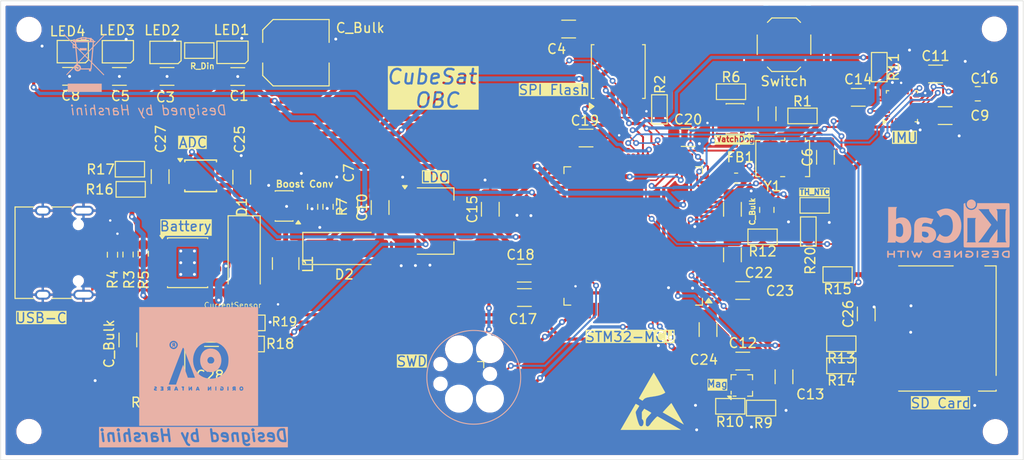
<source format=kicad_pcb>
(kicad_pcb (version 20241229) (generator "pcbnew") (generator_version "9.0")
  (layers (0 "F.Cu" signal) (2 "B.Cu" signal) (13 "F.Paste" user) (15 "B.Paste" user) (5 "F.SilkS" user "F.Silkscreen") (7 "B.SilkS" user "B.Silkscreen") (1 "F.Mask" user) (3 "B.Mask" user) (25 "Edge.Cuts" user))
  (net 0 "")
  (net 1 "/5V")
  (net 2 "GND")
  (net 3 "/3V3")
  (net 4 "Net-(D2-K)")
  (net 5 "Net-(U5-C1)")
  (net 6 "Net-(U7-REGOUT)")
  (net 7 "/EPS_V_ADC")
  (net 8 "/EPS_O{slash}P")
  (net 9 "Net-(D1-A)")
  (net 10 "Net-(U8-VDDA)")
  (net 11 "Net-(U3-CE)")
  (net 12 "Net-(J1-CC2)")
  (net 13 "Net-(J1-CC1)")
  (net 14 "/SWCLK")
  (net 15 "/SWO")
  (net 16 "/SWDIO")
  (net 18 "/SPI1_MOSI")
  (net 19 "/SPI1_SCK")
  (net 20 "/SPI1_MISO")
  (net 22 "/SD_CS")
  (net 23 "Net-(U4-SW)")
  (net 24 "Net-(LED1-DIN)")
  (net 26 "Net-(LED2-DOUT)")
  (net 27 "Net-(LED2-DIN)")
  (net 28 "Net-(LED3-DIN)")
  (net 29 "/Debug LEDs")
  (net 30 "Net-(R1-Pad2)")
  (net 31 "Net-(U1-~{WP}{slash}IO_{2})")
  (net 32 "Net-(U3-PROG)")
  (net 33 "Net-(U2-DELAY{slash}M_RST)")
  (net 34 "Net-(U4-FB)")
  (net 35 "/I2C_SDA")
  (net 36 "Net-(U5-SDA{slash}SDI{slash}SDO)")
  (net 37 "Net-(U5-SCL{slash}SPC)")
  (net 38 "/I2C_SCL")
  (net 39 "/IMU_CS")
  (net 40 "/SCL")
  (net 41 "/SDA")
  (net 42 "/Temp_ADC")
  (net 43 "Net-(U9-IN-)")
  (net 44 "/Flash_CS")
  (net 49 "/EXTI")
  (net 60 "/IMU_INT")
  (net 67 "/MCU_WAKE")
  (net 86 "/HSE_IN")
  (net 107 "/ADC_CS")
  (net 114 "/MCU_DONE")
  (footprint "PCM_Resistor_SMD_AKL:R_0603_1608Metric" (layer "F.Cu") (at 159.45 91.809996)
    (property "Reference" "R1")
    (property "Value" "10k" (hide yes))
  )
  (footprint "PCM_Resistor_SMD_AKL:R_2512_6332Metric" (layer "F.Cu") (at 94.015 116.245 90)
    (property "Reference" "R_Shunt1")
    (property "Value" "0.1" (hide yes))
  )
  (footprint "PCM_Resistor_SMD_AKL:R_0603_1608Metric" (layer "F.Cu") (at 155.195 121.84)
    (property "Reference" "R9")
    (property "Value" "4.7K" (hide yes))
  )
  (footprint "Oscillator:Oscillator_SMD_SeikoEpson_SG8002LB-4Pin_5.0x3.2mm" (layer "F.Cu") (at 157.415 96.189996 180)
    (property "Reference" "Y1")
    (property "Value" "SG-5032CAN")
  )
  (footprint "Sensor_Motion:InvenSense_QFN-24_3x3mm_P0.4mm" (layer "F.Cu") (at 169.661 90.816 90)
    (property "Reference" "IMU")
    (property "Value" "ICM-20948")
  )
  (footprint "Resistor_SMD:R_0603_1608Metric_Pad0.98x0.95mm_HandSolder" (layer "F.Cu") (at 109.145 101.1525 -90)
    (property "Reference" "R8" (hide yes))
    (property "Value" "10k")
  )
  (footprint "Capacitor_SMD:C_1206_3216Metric" (layer "F.Cu") (at 94.195 87.75)
    (property "Reference" "C3")
    (property "Value" "100nF")
  )
  (footprint "Capacitor_SMD:C_1206_3216Metric" (layer "F.Cu") (at 98.76 116.415)
    (property "Reference" "C28")
    (property "Value" "100nF")
  )
  (footprint "Capacitor_SMD:C_1206_3216Metric" (layer "F.Cu") (at 157.55 118.625996 90)
    (property "Reference" "C13")
    (property "Value" "100nF")
  )
  (footprint "Capacitor_SMD:C_1206_3216Metric" (layer "F.Cu") (at 155.815 91.589996 90)
    (property "Reference" "C2" (hide yes))
    (property "Value" "100nF")
  )
  (footprint "LED_SMD:LED_WS2812B-2020_PLCC4_2.0x2.0mm" (layer "F.Cu") (at 89.145 85.21 180)
    (property "Reference" "LED3")
    (property "Value" "WS2812B-2020")
  )
  (footprint "Symbol:ESD-Logo_6.6x6mm_SilkScreen" (layer "F.Cu") (at 144.02 121.13)
    (property "Reference" "REF**" (hide yes))
    (property "Value" "ESD-Logo_6.6x6mm_SilkScreen" (hide yes))
  )
  (footprint "Capacitor_SMD:C_1206_3216Metric" (layer "F.Cu") (at 153.315 117.01)
    (property "Reference" "C12")
    (property "Value" "100nF")
  )
  (footprint "Package_SO:SOIC-8_5.3x5.3mm_P1.27mm" (layer "F.Cu") (at 140.53 87.2475 90)
    (property "Reference" "SPI Flash")
    (property "Value" "W25Q16JVSS")
  )
  (footprint "Capacitor_SMD:C_1206_3216Metric" (layer "F.Cu") (at 93.485 98.045 -90)
    (property "Reference" "C27")
    (property "Value" "100nF")
  )
  (footprint "Capacitor_SMD:C_1206_3216Metric" (layer "F.Cu") (at 137.22 94.079996)
    (property "Reference" "C19")
    (property "Value" "100nF")
  )
  (footprint "MountingHole:MountingHole_2.1mm" (layer "F.Cu") (at 179.15 82.88)
    (property "Reference" "REF**" (hide yes))
    (property "Value" "MountingHole_2.1mm" (hide yes))
  )
  (footprint "PCM_Resistor_SMD_AKL:R_0603_1608Metric" (layer "F.Cu") (at 152.11 89.319996)
    (property "Reference" "R6")
    (property "Value" "8.85k" (hide yes))
  )
  (footprint "Capacitor_SMD:C_1206_3216Metric" (layer "F.Cu") (at 116.075 101.225 90)
    (property "Reference" "C10")
    (property "Value" "10uF")
  )
  (footprint "Capacitor_SMD:C_1206_3216Metric" (layer "F.Cu") (at 161.806 96.065996 90)
    (property "Reference" "C6")
    (property "Value" "100nF")
  )
  (footprint "PCM_Resistor_SMD_AKL:R_0603_1608Metric" (layer "F.Cu") (at 167.334 86.79 -90)
    (property "Reference" "R11")
    (property "Value" "10k" (hide yes))
  )
  (footprint "Capacitor_SMD:C_1206_3216Metric" (layer "F.Cu") (at 130.87 107.975 180)
    (property "Reference" "C18")
    (property "Value" "100nF")
  )
  (footprint "Button_Switch_SMD:SW_SPST_TL3342" (layer "F.Cu") (at 157.55 84.49 180)
    (property "Reference" "Switch")
    (property "Value" "SW_Push")
  )
  (footprint "Resistor_SMD:R_0603_1608Metric_Pad0.98x0.95mm_HandSolder" (layer "F.Cu") (at 88.59 106.0775 -90)
    (property "Reference" "R3")
    (property "Value" "5.1k")
  )
  (footprint "PCM_Resistor_SMD_AKL:R_0603_1608Metric" (layer "F.Cu") (at 97.505 85.09 180)
    (property "Reference" "R_Din")
    (property "Value" "330" (hide yes))
  )
  (footprint "Capacitor_SMD:C_1206_3216Metric" (layer "F.Cu") (at 165.175 89.901)
    (property "Reference" "C14")
    (property "Value" "100nF")
  )
  (footprint "Capacitor_SMD:C_1206_3216Metric" (layer "F.Cu") (at 130.89 110.479996 180)
    (property "Reference" "C17")
    (property "Value" "100nF")
  )
  (footprint "PCM_Resistor_SMD_AKL:R_0603_1608Metric" (layer "F.Cu") (at 160.045 103.689996 90)
    (property "Reference" "R20")
    (property "Value" "10k" (hide yes))
  )
  (footprint "Connector_USB:USB_C_Receptacle_HRO_TYPE-C-31-M-12" (layer "F.Cu") (at 82.485 105.87 -90)
    (property "Reference" "USB-C")
    (property "Value" "USB_C_Receptacle_PowerOnly_24P")
  )
  (footprint "Capacitor_SMD:C_1206_3216Metric" (layer "F.Cu") (at 165.996 112.164 90)
    (property "Reference" "C26")
    (property "Value" "1uF")
  )
  (footprint "Capacitor_SMD:C_1206_3216Metric" (layer "F.Cu") (at 152.255 101.409996 -90)
    (property "Reference" "C21" (hide yes))
    (property "Value" "100nF")
  )
  (footprint "Package_LGA:LGA-12_2x2mm_P0.5mm" (layer "F.Cu") (at 153.22 119.515496 90)
    (property "Reference" "Mag")
    (property "Value" "LIS2MDL")
  )
  (footprint "Capacitor_SMD:C_1206_3216Metric" (layer "F.Cu") (at 90.175 114.84 -90)
    (property "Reference" "C_Bulk")
    (property "Value" "100uF")
  )
  (footprint "Capacitor_SMD:C_1206_3216Metric" (layer "F.Cu") (at 135.436 82.879 180)
    (property "Reference" "C4")
    (property "Value" "1uF")
  )
  (footprint "Resistor_SMD:R_0603_1608Metric_Pad0.98x0.95mm_HandSolder" (layer "F.Cu") (at 91.75 105.9725 90)
    (property "Reference" "R5")
    (property "Value" "2.4k")
  )
  (footprint "PCM_Resistor_SMD_AKL:R_0603_1608Metric" (layer "F.Cu") (at 102.76 113.085 180)
    (property "Reference" "R19")
    (property "Value" "4.7K" (hide yes))
  )
  (footprint "LED_SMD:LED_WS2812B-2020_PLCC4_2.0x2.0mm" (layer "F.Cu") (at 94.035 85.28 180)
    (property "Reference" "LED2")
    (property "Value" "WS2812B-2020")
  )
  (footprint "LED_SMD:LED_WS2812B-2020_PLCC4_2.0x2.0mm" (layer "F.Cu") (at 84.515 85.2 180)
    (property "Reference" "LED4")
    (property "Value" "WS2812B-2020")
  )
  (footprint "PCM_Resistor_SMD_AKL:R_0603_1608Metric" (layer "F.Cu") (at 152.035 121.66)
    (property "Reference" "R10")
    (property "Value" "4.7K" (hide yes))
  )
  (footprint "Package_QFP:LQFP-100_14x14mm_P0.5mm" (layer "F.Cu") (at 142.065 104.149996 180)
    (property "Reference" "STM32-MCU")
    (property "Value" "STM32L496VGTx")
  )
  (footprint "Capacitor_SMD:C_1206_3216Metric" (layer "F.Cu") (at 149.75 113.775 -90)
    (property "Reference" "C24")
    (property "Value" "10uF")
  )
  (footprint "Capacitor_SMD:C_1206_3216Metric" (layer "F.Cu") (at 147.71 94.029996)
    (property "Reference" "C20")
    (property "Value" "100nF")
  )
  (footprint "Package_TO_SOT_SMD:SOT-223-3_TabPin2" (layer "F.Cu") (at 121.745 102.615)
    (property "Reference" "LDO")
    (property "Value" "AMS1117-3.3")
  )
  (footprint "Connector_Card:microSD_HC_Hirose_DM3D-SF" (layer "F.Cu") (at 173.549 113.661 -90)
    (property "Reference" "SD Card")
    (property "Value" "Micro_SD_Card")
  )
  (footprint "PCM_Resistor_SMD_AKL:R_0603_1608Metric" (layer "F.Cu") (at 160.695 101.004996)
    (property "Reference" "TH_NTC")
    (property "Value" "10K@25degreeC" (hide yes))
  )
  (footprint "Capacitor_SMD:C_1206_3216Metric" (layer "F.Cu") (at 153.3 109.759996)
    (property "Reference" "C23")
    (property "Value" "100nF")
  )
  (footprint "MountingHole:MountingHole_2.1mm" (layer "F.Cu") (at 80.02 82.91)
    (property "Reference" "REF**" (hide yes))
    (property "Value" "MountingHole_2.1mm" (hide yes))
  )
  (footprint "Capacitor_SMD:C_1206_3216Metric" (layer "F.Cu") (at 174.099 91.775)
    (property "Reference" "C9")
    (property "Value" "1uF")
  )
  (footprint "Diode_SMD:D_SMA_Handsoldering" (layer "F.Cu") (at 102.115 106.585 -90)
    (property "Reference" "D1")
    (property "Value" "SS14")
  )
  (footprint "Inductor_SMD:L_1210_3225Metric_Pad1.42x2.65mm_HandSolder" (layer "F.Cu") (at 106.375 106.985 -90)
    (property "Reference" "L1")
    (property "Value" "10µH")
  )
  (footprint "MountingHole:MountingHole_2.1mm" (layer "F.Cu") (at 179.25 124.27)
    (property "Reference" "REF**" (hide yes))
    (property "Value" "MountingHole_2.1mm" (hide yes))
  )
  (footprint "Package_TO_SOT_SMD:SOT-23-8" (layer "F.Cu") (at 98.7425 113.5)
    (property "Reference" "CurrentSensor")
    (property "Value" "INA219BxDCN")
  )
  (footprint "PCM_Resistor_SMD_AKL:R_0603_1608Metric" (layer "F.Cu") (at 155.35 104.239996 180)
    (property "Reference" "R12")
    (property "Value" "10K" (hide yes))
  )
  (footprint "Capacitor_SMD:C_1206_3216Metric" (layer "F.Cu") (at 173.115 87.498)
    (property "Reference" "C11")
    (property "Value" "100nF")
  )
  (footprint "Resistor_SMD:R_0603_1608Metric_Pad0.98x0.95mm_HandSolder" (layer "F.Cu") (at 110.725 101.145 -90)
    (property "Reference" "R7")
    (property "Value" "75k")
  )
  (footprint "Capacitor_SMD:C_1206_3216Metric" (layer "F.Cu") (at 112.855 101.07 90)
    (property "Reference" "C7")
    (property "Value" "22µF")
  )
  (footprint "Capacitor_SMD:C_1206_3216Metric" (layer "F.Cu") (at 152.255 106.094996 -90)
    (property "Reference" "C22")
    (property "Value" "100nF")
  )
  (footprint "Package_TO_SOT_SMD:SOT-23-6" (layer "F.Cu") (at 152.5175 92.109996 180)
    (property "Reference" "WatchDog")
    (property "Value" "TPL5010")
  )
  (footprint "Capacitor_SMD:C_0805_2012Metric" (layer "F.Cu") (at 177.45 89.53)
    (property "Reference" "C16")
    (property "Value" "2.2uF")
  )
  (footprint "Capacitor_SMD:C_1206_3216Metric" (layer "F.Cu") (at 84.185 87.74)
    (property "Reference" "C8")
    (property "Value" "100nF")
  )
  (footprint "Resistor_SMD:R_0603_1608Metric_Pad0.98x0.95mm_HandSolder" (layer "F.Cu") (at 90.19 106.0575 90)
    (property "Reference" "R4")
    (property "Value" "5.1k")
  )
  (footprint "Capacitor_SMD:C_1206_3216Metric" (layer "F.Cu") (at 89.3 87.75)
    (property "Reference" "C5")
    (property "Value" "100nF")
  )
  (footprint "Package_TO_SOT_SMD:SOT-23-6" (layer "F.Cu") (at 106.2175 101.065 180)
    (property "Reference" "Boost Conv")
    (property "Value" "MT3608")
  )
  (footprint "PCM_Resistor_SMD_AKL:R_0603_1608Metric" (layer "F.Cu") (at 102.68 115.255)
    (property "Reference" "R18")
    (property "Value" "4.7K" (hide yes))
  )
  (footprint "PCM_Resistor_SMD_AKL:R_0603_1608Metric" (layer "F.Cu") (at 163.436 115.232 180)
    (property "Reference" "R13")
    (property "Value" "10k" (hide yes))
  )
  (footprint "Connector:Tag-Connect_TC2030-IDC-FP_2x03_P1.27mm_Vertical" (layer "F.Cu") (at 124.81 118.335 180)
    (property "Reference" "SWD")
    (property "Value" "Conn_ARM_SWD_TagConnect_TC2030")
  )
  (footprint "Capacitor_SMD:C_1206_3216Metric" (layer "F.Cu") (at 101.865 98.11 90)
    (property "Reference" "C25")
    (property "Value" "100nF")
  )
  (footprint "Capacitor_SMD:C_Elec_6.3x5.4" (layer "F.Cu") (at 107.4275 85.31)
    (property "Reference" "C_Bulk")
    (property "Value" "100uF")
  )
  (footprint "Package_SO:SOIC-8-1EP_3.9x4.9mm_P1.27mm_EP2.41x3.3mm_ThermalVias" (layer "F.Cu") (at 96.305 106.9)
    (property "Reference" "Battery")
    (property "Value" "TP4056-42-ESOP8")
  )
  (footprint "LED_SMD:LED_WS2812B-2020_PLCC4_2.0x2.0mm" (layer "F.Cu") (at 100.915 85.27 180)
    (property "Reference" "LED1")
    (property "Value" "WS2812B-2020")
  )
  (footprint "PCM_Resistor_SMD_AKL:R_0603_1608Metric" (layer "F.Cu") (at 144.756 91.134 90)
    (property "Reference" "R2")
    (property "Value" "0" (hide yes))
  )
  (footprint "PCM_Resistor_SMD_AKL:R_0603_1608Metric" (layer "F.Cu") (at 163.441 117.507 180)
    (property "Reference" "R14")
    (property "Value" "10k" (hide yes))
  )
  (footprint "Package_SO:TSSOP-8_3x3mm_P0.65mm" (layer "F.Cu") (at 97.645 97.97)
    (property "Reference" "ADC")
    (property "Value" "ADC082S021")
  )
  (footprint "PCM_Resistor_SMD_AKL:R_0603_1608Metric" (layer "F.Cu") (at 163.055 108.12 180)
    (property "Reference" "R15")
    (property "Value" "10k" (hide yes))
  )
  (footprint "Capacitor_SMD:C_1206_3216Metric" (layer "F.Cu") (at 127.39 101.405 90)
    (property "Reference" "C15")
    (property "Value" "10uF")
  )
  (footprint "PCM_Resistor_SMD_AKL:R_0603_1608Metric" (layer "F.Cu") (at 90.46 99.355 180)
    (property "Reference" "R16")
    (property "Value" "100K" (hide yes))
  )
  (footprint "Capacitor_SMD:C_0805_2012Metric" (layer "F.Cu") (at 155.785 101.469996 -90)
    (property "Reference" "C_Bulk")
    (property "Value" "100uF")
  )
  (footprint "Capacitor_SMD:C_1206_3216Metric" (layer "F.Cu") (at 101.455 87.76)
    (property "Reference" "C1")
    (property "Value" "100nF")
  )
  (footprint "PCM_Resistor_SMD_AKL:R_0603_1608Metric" (layer "F.Cu") (at 90.38 97.285 180)
    (property "Reference" "R17")
    (property "Value" "33K" (hide yes))
  )
  (footprint "Fuse:Fuse_0603_1608Metric" (layer "F.Cu") (at 152.635 98.199996)
    (property "Reference" "FB1")
    (property "Value" "Ferrite_Bead")
  )
  (footprint "MountingHole:MountingHole_2.1mm" (layer "F.Cu") (at 80.01 124.25)
    (property "Reference" "REF**" (hide yes))
    (property "Value" "MountingHole_2.1mm" (hide yes))
  )
  (footprint "Diode_SMD:D_SMA_Handsoldering" (layer "F.Cu") (at 112.645 105.435)
    (property "Reference" "D2")
    (property "Value" "SS14")
  )
  (footprint "Symbol:KiCad-Logo2_5mm_SilkScreen" (layer "B.Cu") (at 174.44 103.39 180)
    (property "Reference" "REF**" (hide yes))
    (property "Value" "KiCad-Logo2_5mm_SilkScreen" (hide yes))
  )
  (footprint "oalogo:oalogo" (layer "B.Cu") (at 97.44 117.56 180)
    (property "Reference" "G***" (hide yes))
    (property "Value" "LOGO" (hide yes))
  )
  (footprint "Symbol:WEEE-Logo_4.2x6mm_SilkScreen" (layer "B.Cu") (at 85.72 86.35 180)
    (property "Reference" "REF**" (hide yes))
    (property "Value" "WEEE-Logo_4.2x6mm_SilkScreen" (hide yes))
  )
  (gr_circle (center 125.691619 118.68) (end 128.871619 115.06) (stroke (width 0.1)) (fill no) (layer "B.SilkS"))
  (gr_rect (start 77.11 79.98) (end 182.11 127.17) (stroke (width 0.05)) (fill no) (layer "Edge.Cuts"))
  (gr_text "CubeSat \nOBC\n" (at 121.94 91.08 0) (layer "F.SilkS" knockout) (effects (font (size 1.5 1.5) (thickness 0.24) (italic yes)) (justify bottom)))
  (gr_text "Designed by Harshini" (at 97 125.39 0) (layer "B.SilkS" knockout) (effects (font (size 1.2 1.2) (thickness 0.24) (bold yes) (italic yes)) (justify bottom mirror)))
  (gr_text "Designed by Harshini" (at 92.33 91.82 0) (layer "B.SilkS") (effects (font (size 1 1) (thickness 0.125) (italic yes)) (justify bottom mirror)))
  (segment (start 92.72 87.75) (end 94.071 89.101) (width 0.5) (layer "F.Cu") (net 1))
  (segment (start 114.25 101.5) (end 114.875 101.5) (width 0.5) (layer "F.Cu") (net 1))
  (segment (start 82.71 87.74) (end 84.061 89.091) (width 0.5) (layer "F.Cu") (net 1))
  (segment (start 99.98 87.76) (end 101.331 89.111) (width 0.5) (layer "F.Cu") (net 1))
  (segment (start 94.071 89.101) (end 98.639 89.101) (width 0.5) (layer "F.Cu") (net 1))
  (segment (start 118.29 104.915) (end 118.595 104.915) (width 0.75) (layer "F.Cu") (net 1))
  (segment (start 89.176 89.101) (end 92.269 89.101) (width 0.5) (layer "F.Cu") (net 1))
  (segment (start 86.484 89.091) (end 87.825 87.75) (width 0.5) (layer "F.Cu") (net 1))
  (segment (start 92.72 86.23) (end 93.12 85.83) (width 0.5) (layer "F.Cu") (net 1))
  (segment (start 116.075 102.7) (end 118.29 104.915) (width 0.75) (layer "F.Cu") (net 1))
  (segment (start 87.825 87.75) (end 87.825 86.165) (width 0.5) (layer "F.Cu") (net 1))
  (segment (start 99.98 87.76) (end 99.98 85.84) (width 0.5) (layer "F.Cu") (net 1))
  (segment (start 103.552292 89.111) (end 104.89 87.773292) (width 0.5) (layer "F.Cu") (net 1))
  (segment (start 87.825 87.75) (end 89.176 89.101) (width 0.5) (layer "F.Cu") (net 1))
  (segment (start 99.98 85.84) (end 100 85.82) (width 0.5) (layer "F.Cu") (net 1))
  (segment (start 92.269 89.101) (end 92.72 88.65) (width 0.5) (layer "F.Cu") (net 1))
  (segment (start 116.075 104.505) (end 115.145 105.435) (width 0.75) (layer "F.Cu") (net 1))
  (segment (start 92.72 87.75) (end 92.72 86.23) (width 0.5) (layer "F.Cu") (net 1))
  (segment (start 104.89 87.773292) (end 104.89 85.31) (width 0.5) (layer "F.Cu") (net 1))
  (segment (start 116.075 102.7) (end 116.075 104.505) (width 0.75) (layer "F.Cu") (net 1))
  (segment (start 114.875 101.5) (end 116.075 102.7) (width 0.5) (layer "F.Cu") (net 1))
  (segment (start 101.331 89.111) (end 103.552292 89.111) (width 0.5) (layer "F.Cu") (net 1))
  (segment (start 92.72 88.65) (end 92.72 87.75) (width 0.5) (layer "F.Cu") (net 1))
  (segment (start 82.71 87.74) (end 82.71 86.64) (width 0.5) (layer "F.Cu") (net 1))
  (segment (start 105.25 90.25) (end 104.691292 90.25) (width 0.5) (layer "F.Cu") (net 1))
  (segment (start 82.71 86.64) (end 83.6 85.75) (width 0.5) (layer "F.Cu") (net 1))
  (segment (start 84.061 89.091) (end 86.484 89.091) (width 0.5) (layer "F.Cu") (net 1))
  (segment (start 98.639 89.101) (end 99.98 87.76) (width 0.5) (layer "F.Cu") (net 1))
  (segment (start 104.691292 90.25) (end 103.552292 89.111) (width 0.5) (layer "F.Cu") (net 1))
  (segment (start 87.825 86.165) (end 88.23 85.76) (width 0.5) (layer "F.Cu") (net 1))
  (via (at 105.25 90.25) (size 0.6) (drill 0.3) (layers "F.Cu" "B.Cu") (net 1))
  (via (at 114.25 101.5) (size 0.6) (drill 0.3) (layers "F.Cu" "B.Cu") (net 1))
  (segment (start 114.5 97.25) (end 114.5 101.25) (width 0.5) (layer "B.Cu") (net 1))
  (segment (start 109.25 92) (end 114.5 97.25) (width 0.5) (layer "B.Cu") (net 1))
  (segment (start 107 92) (end 109.25 92) (width 0.5) (layer "B.Cu") (net 1))
  (segment (start 105.25 90.25) (end 107 92) (width 0.5) (layer "B.Cu") (net 1))
  (segment (start 114.5 101.25) (end 114.25 101.5) (width 0.5) (layer "B.Cu") (net 1))
  (segment (start 168.161 90.216) (end 166.965 90.216) (width 0.2) (layer "F.Cu") (net 2))
  (segment (start 171.463064 90.216) (end 171.161 90.216) (width 0.2) (layer "F.Cu") (net 2))
  (segment (start 168.085 111.45) (end 168.199 111.336) (width 0.33) (layer "F.Cu") (net 2))
  (segment (start 166.8 111.45) (end 168.085 111.45) (width 0.33) (layer "F.Cu") (net 2))
  (segment (start 172.05 89.629064) (end 171.463064 90.216) (width 0.2) (layer "F.Cu") (net 2))
  (segment (start 166.965 90.216) (end 166.65 89.901) (width 0.2) (layer "F.Cu") (net 2))
  (segment (start 172.05 89.46) (end 172.05 89.629064) (width 0.2) (layer "F.Cu") (net 2))
  (via (at 94.98 84.04) (size 0.6) (drill 0.3) (layers "F.Cu" "B.Cu") (net 2))
  (via (at 89.1 103.92) (size 0.55) (drill 0.25) (layers "F.Cu" "B.Cu") (net 2))
  (via (at 101.81 95.89) (size 0.6) (drill 0.3) (layers "F.Cu" "B.Cu") (net 2))
  (via (at 94.195 87.75) (size 0.6) (drill 0.3) (layers "F.Cu" "B.Cu") (net 2))
  (via (at 118.24 107.21) (size 0.6) (drill 0.3) (layers "F.Cu" "B.Cu") (net 2))
  (via (at 89.99 83.93) (size 0.6) (drill 0.3) (layers "F.Cu" "B.Cu") (net 2))
  (via (at 176.16 86.2) (size 0.6) (drill 0.3) (layers "F.Cu" "B.Cu") (net 2))
  (via (at 145.69 109.47) (size 0.6) (drill 0.3) (layers "F.Cu" "B.Cu") (net 2))
  (via (at 144.65 115.42) (size 0.6) (drill 0.3) (layers "F.Cu" "B.Cu") (net 2))
  (via (at 101.87 83.83) (size 0.6) (drill 0.3) (layers "F.Cu" "B.Cu") (net 2))
  (via (at 107.98 97.72) (size 0.6) (drill 0.3) (layers "F.Cu" "B.Cu") (net 2))
  (via (at 140.62 93.8) (size 0.55) (drill 0.25) (layers "F.Cu" "B.Cu") (net 2))
  (via (at 89.3 87.75) (size 0.6) (drill 0.3) (layers "F.Cu" "B.Cu") (net 2))
  (via (at 148.46 121.56) (size 0.6) (drill 0.3) (layers "F.Cu" "B.Cu") (net 2))
  (via (at 119.7 107.19) (size 0.6) (drill 0.3) (layers "F.Cu" "B.Cu") (net 2))
  (via (at 81.36 84.63) (size 0.6) (drill 0.3) (layers "F.Cu" "B.Cu") (net 2))
  (via (at 86.81 119.02) (size 0.6) (drill 0.3) (layers "F.Cu" "B.Cu") (net 2))
  (via (at 104.63 98.95) (size 0.6) (drill 0.3) (layers "F.Cu" "B.Cu") (net 2))
  (via (at 84.185 87.74) (size 0.6) (drill 0.3) (layers "F.Cu" "B.Cu") (net 2))
  (via (at 105.59 111.18) (size 0.55) (drill 0.25) (layers "F.Cu" "B.Cu") (net 2))
  (via (at 148.58 124.08) (size 0.6) (drill 0.3) (layers "F.Cu" "B.Cu") (net 2))
  (via (at 148.39 103.19) (size 0.6) (drill 0.3) (layers "F.Cu" "B.Cu") (net 2))
  (via (at 178.54 87.27) (size 0.6) (drill 0.3) (layers "F.Cu" "B.Cu") (net 2))
  (via (at 143.42 91.33) (size 0.55) (drill 0.25) (layers "F.Cu" "B.Cu") (net 2))
  (via (at 166.8 111.45) (size 0.6) (drill 0.3) (layers "F.Cu" "B.Cu") (net 2))
  (via (at 168.68 88.37) (size 0.6) (drill 0.3) (layers "F.Cu" "B.Cu") (net 2))
  (via (at 88.36 102.56) (size 0.55) (drill 0.25) (layers "F.Cu" "B.Cu") (net 2))
  (via (at 149.69 92.53) (size 0.55) (drill 0.25) (layers "F.Cu" "B.Cu") (net 2))
  (via (at 110.64 101.32) (size 0.6) (drill 0.3) (layers "F.Cu" "B.Cu") (net 2))
  (via (at 118.39 98.1) (size 0.6) (drill 0.3) (layers "F.Cu" "B.Cu") (net 2))
  (via (at 148.16 109.51) (size 0.6) (drill 0.3) (layers "F.Cu" "B.Cu") (net 2))
  (via (at 170.44 85.04) (size 0.6) (drill 0.3) (layers "F.Cu" "B.Cu") (net 2))
  (via (at 104.78 113.01) (size 0.6) (drill 0.3) (layers "F.Cu" "B.Cu") (net 2))
  (via (at 154.21 123.79) (size 0.6) (drill 0.3) (layers "F.Cu" "B.Cu") (net 2))
  (via (at 171.53 93.25) (size 0.6) (drill 0.3) (layers "F.Cu" "B.Cu") (net 2))
  (via (at 162.2 102.76) (size 0.6) (drill 0.3) (layers "F.Cu" "B.Cu") (net 2))
  (via (at 154.18 99.52) (size 0.6) (drill 0.3) (layers "F.Cu" "B.Cu") (net 2))
  (via (at 169.58 88.41) (size 0.55) (drill 0.25) (layers "F.Cu" "B.Cu") (net 2))
  (via (at 177.14 121.57) (size 0.6) (drill 0.3) (layers "F.Cu" "B.Cu") (net 2))
  (via (at 157.76 122.08) (size 0.6) (drill 0.3) (layers "F.Cu" "B.Cu") (net 2))
  (via (at 101.455 87.76) (size 0.6) (drill 0.3) (layers "F.Cu" "B.Cu") (net 2))
  (via (at 170.59 93.34) (size 0.6) (drill 0.3) (layers "F.Cu" "B.Cu") (net 2))
  (via (at 111.52 83.91) (size 0.6) (drill 0.3) (layers "F.Cu" "B.Cu") (net 2))
  (via (at 171.32 92.53) (size 0.6) (drill 0.3) (layers "F.Cu" "B.Cu") (net 2))
  (via (at 121.19 107.15) (size 0.6) (drill 0.3) (layers "F.Cu" "B.Cu") (net 2))
  (via (at 109.88 103.27) (size 0.6) (drill 0.3) (layers "F.Cu" "B.Cu") (net 2))
  (via (at 148.86 94.66) (size 0.6) (drill 0.3) (layers "F.Cu" "B.Cu") (net 2))
  (via (at 126.85 98.4) (size 0.6) (drill 0.3) (layers "F.Cu" "B.Cu") (net 2))
  (via (at 136.14 109.32) (size 0.55) (drill 0.25) (layers "F.Cu" "B.Cu") (net 2))
  (via (at 106.47 101.11) (size 0.6) (drill 0.3) (layers "F.Cu" "B.Cu") (net 2))
  (via (at 170.59 111.33) (size 0.6) (drill 0.3) (layers "F.Cu" "B.Cu") (net 2))
  (via (at 131.56 102.06) (size 0.6) (drill 0.3) (layers "F.Cu" "B.Cu") (net 2))
  (via (at 175.54 93.86) (size 0.6) (drill 0.3) (layers "F.Cu" "B.Cu") (net 2))
  (via (at 158.01 102.7) (size 0.6) (drill 0.3) (layers "F.Cu" "B.Cu") (net 2))
  (via (at 130.13 102.02) (size 0.6) (drill 0.3) (layers "F.Cu" "B.Cu") (net 2))
  (via (at 109.08 101.36) (size 0.6) (drill 0.3) (layers "F.Cu" "B.Cu") (net 2))
  (via (at 111.62 98.08) (size 0.6) (drill 0.3) (layers "F.Cu" "B.Cu") (net 2))
  (via (at 172.05 89.46) (size 0.55) (drill 0.25) (layers "F.Cu" "B.Cu") (net 2))
  (via (at 170.56 114.05) (size 0.6) (drill 0.3) (layers "F.Cu" "B.Cu") (net 2))
  (segment (start 172.17 89.284749) (end 172.17 88.880768) (width 0.2) (layer "B.Cu") (net 2))
  (segment (start 171.688232 88.399) (end 169.591 88.399) (width 0.2) (layer "B.Cu") (net 2))
  (segment (start 172.17 88.880768) (end 171.688232 88.399) (width 0.2) (layer "B.Cu") (net 2))
  (segment (start 172.05 89.46) (end 172.05 89.404749) (width 0.2) (layer "B.Cu") (net 2))
  (segment (start 172.05 89.404749) (end 172.17 89.284749) (width 0.2) (layer "B.Cu") (net 2))
  (segment (start 169.591 88.399) (end 169.58 88.41) (width 0.2) (layer "B.Cu") (net 2))
  (segment (start 162.616 115.237) (end 162.611 115.232) (width 0.5) (layer "F.Cu") (net 3))
  (segment (start 152.255 104.619996) (end 152.430004 104.619996) (width 0.2) (layer "F.Cu") (net 3))
  (segment (start 154.525 104.239996) (end 156.175 104.239996) (width 0.33) (layer "F.Cu") (net 3))
  (segment (start 169.799 87.615) (end 167.334 87.615) (width 0.5) (layer "F.Cu") (net 3))
  (segment (start 147.065 98.285) (end 147.065 96.474996) (width 0.2) (layer "F.Cu") (net 3))
  (segment (start 172.624 91.775) (end 172.265 91.416) (width 0.15) (layer "F.Cu") (net 3))
  (segment (start 146.235 93.438) (end 144.756 91.959) (width 0.5) (layer "F.Cu") (net 3))
  (segment (start 120.75 105) (end 120.75 104.77) (width 0.33) (layer "F.Cu") (net 3))
  (segment (start 155.07 101.17) (end 155.134996 101.17) (width 0.5) (layer "F.Cu") (net 3))
  (segment (start 148.800053 105.149996) (end 147.399 103.748943) (width 0.2) (layer "F.Cu") (net 3))
  (segment (start 162.23 108.12) (end 162.23 107.194996) (width 0.5) (layer "F.Cu") (net 3))
  (segment (start 151.4 105.149996) (end 149.74 105.149996) (width 0.2) (layer "F.Cu") (net 3))
  (segment (start 146.235 94.029996) (end 146.235 93.438) (width 0.5) (layer "F.Cu") (net 3))
  (segment (start 162.616 117.507) (end 162.616 115.237) (width 0.5) (layer "F.Cu") (net 3))
  (segment (start 158.685 97.289996) (end 158.685 97.619996) (width 0.5) (layer "F.Cu") (net 3))
  (segment (start 127.39 103.02) (end 130.685 106.315) (width 0.5) (layer "F.Cu") (net 3))
  (segment (start 129.201916 106.315) (end 130.685 106.315) (width 0.33) (layer "F.Cu") (net 3))
  (segment (start 127.39 102.88) (end 125.16 102.88) (width 0.5) (layer "F.Cu") (net 3))
  (segment (start 163.7 89.901) (end 163.7 90.074996) (width 0.5) (layer "F.Cu") (net 3))
  (segment (start 97.605 114.475) (end 97.605 116.095) (width 0.33) (layer "F.Cu") (net 3))
  (segment (start 92.192916 120.186) (end 96.064 120.186) (width 0.33) (layer "F.Cu") (net 3))
  (segment (start 96.064 120.186) (end 97.285 118.965) (width 0.33) (layer "F.Cu") (net 3))
  (segment (start 173.7 90.699) (end 172.624 91.775) (width 0.3) (layer "F.Cu") (net 3))
  (segment (start 125.83655 115.168108) (end 127.254658 113.75) (width 0.15) (layer "F.Cu") (net 3))
  (segment (start 153.859999 98.199996) (end 153.4225 98.199996) (width 0.2) (layer "F.Cu") (net 3))
  (segment (start 135.745 94.079996) (end 135.745 96.255996) (width 0.5) (layer "F.Cu") (net 3))
  (segment (start 135.745 97.200952) (end 135.745 94.079996) (width 0.5) (layer "F.Cu") (net 3))
  (segment (start 159.55 104.514996) (end 160.045 104.514996) (width 0.33) (layer "F.Cu") (net 3))
  (segment (start 98.551 117.681) (end 103.569 117.681) (width 0.33) (layer "F.Cu") (net 3))
  (segment (start 151.579996 104.619996) (end 152.255 104.619996) (width 0.2) (layer "F.Cu") (net 3))
  (segment (start 132.695 110.149996) (end 132.365 110.479996) (width 0.2) (layer "F.Cu") (net 3))
  (segment (start 152.430004 104.619996) (end 152.810004 104.239996) (width 0.2) (layer "F.Cu") (net 3))
  (segment (start 163.7 90.074996) (end 158.685 95.089996) (width 0.5) (layer "F.Cu") (net 3))
  (segment (start 150.906 108.5) (end 150.906 107.982172) (width 0.2) (layer "F.Cu") (net 3))
  (segment (start 132.345 107.975) (end 132.345 110.459996) (width 0.5) (layer "F.Cu") (net 3))
  (segment (start 173.89 90.509) (end 173.7 90.699) (width 0.2) (layer "F.Cu") (net 3))
  (segment (start 149.75 111.834996) (end 151.825 109.759996) (width 0.5) (layer "F.Cu") (net 3))
  (segment (start 149.74 103.649996) (end 150.609996 103.649996) (width 0.2) (layer "F.Cu") (net 3))
  (segment (start 141.71 98.05) (end 136.594048 98.05) (width 0.5) (layer "F.Cu") (net 3))
  (segment (start 97.285 116.415) (end 98.551 117.681) (width 0.33) (layer "F.Cu") (net 3))
  (segment (start 134.39 110.149996) (end 132.695 110.149996) (width 0.2) (layer "F.Cu") (net 3))
  (segment (start 147.065 96.474996) (end 147.065 95.641172) (width 0.2) (layer "F.Cu") (net 3))
  (segment (start 95.495 97.645) (end 94.56 97.645) (width 0.33) (layer "F.Cu") (net 3))
  (segment (start 173.89 88.76) (end 173.89 90.509) (width 0.2) (layer "F.Cu") (net 3))
  (segment (start 146.235 94.029996) (end 147.065 94.859996) (width 0.2) (layer "F.Cu") (net 3))
  (segment (start 153.273939 93.441057) (end 153.655 93.059996) (width 0.2) (layer "F.Cu") (net 3))
  (segment (start 172.198 87.498) (end 171.64 87.498) (width 0.3) (layer "F.Cu") (net 3))
  (segment (start 127.25 111.579) (end 127.25 108.266916) (width 0.33) (layer "F.Cu") (net 3))
  (segment (start 133.519996 109.149996) (end 132.345 107.975) (width 0.2) (layer "F.Cu") (net 3))
  (segment (start 147.065 95.641172) (end 147.332176 95.373996) (width 0.2) (layer "F.Cu") (net 3))
  (segment (start 137.844 82.879) (end 138.625 83.66) (width 0.5) (layer "F.Cu") (net 3))
  (segment (start 172.265 91.416) (end 171.161 91.416) (width 0.15) (layer "F.Cu") (net 3))
  (segment (start 158.685 95.089996) (end 158.685 97.289996) (width 0.5) (layer "F.Cu") (net 3))
  (segment (start 156.635004 104.514996) (end 159.55 104.514996) (width 0.33) (layer "F.Cu") (net 3))
  (segment (start 147.399 103.748943) (end 147.399 101.657172) (width 0.2) (layer "F.Cu") (net 3))
  (segment (start 127.254658 113.75) (end 127.25 113.75) (width 0.33) (layer "F.Cu") (net 3))
  (segment (start 149.74 107.649996) (end 150.573824 107.649996) (width 0.2) (layer "F.Cu") (net 3))
  (segment (start 158.685 97.619996) (end 155.785 100.519996) (width 0.5) (layer "F.Cu") (net 3))
  (segment (start 127.25 108.266916) (end 129.201916 106.315) (width 0.33) (layer "F.Cu") (net 3))
  (segment (start 152.04 100.149996) (end 152.255 99.934996) (width 0.2) (layer "F.Cu") (net 3))
  (segment (start 84.199 101.191291) (end 84.199 112.192084) (width 0.33) (layer "F.Cu") (net 3))
  (segment (start 155.134996 101.17) (end 155.785 100.519996) (width 0.5) (layer "F.Cu") (net 3))
  (segment (start 132.345 110.459996) (end 132.365 110.479996) (width 0.5) (layer "F.Cu") (net 3))
  (segment (start 152.97 119.217496) (end 152.97 118.752996) (width 0.2) (layer "F.Cu") (net 3))
  (segment (start 149.74 100.149996) (end 152.04 100.149996) (width 0.2) (layer "F.Cu") (net 3))
  (segment (start 148.065 111.824996) (end 149.274996 111.824996) (width 0.2) (layer "F.Cu") (net 3))
  (segment (start 149.691 100.198996) (end 149.74 100.149996) (width 0.2) (layer "F.Cu") (net 3))
  (segment (start 88.946291 96.444) (end 84.199 101.191291) (width 0.33) (layer "F.Cu") (net 3))
  (segment (start 148.857176 100.198996) (end 149.691 100.198996) (width 0.2) (layer "F.Cu") (net 3))
  (segment (start 145.682 85.222378) (end 142.856122 82.3965) (width 0.5) (layer "F.Cu") (net 3))
  (segment (start 153.5 101.22) (end 155.02 101.22) (width 0.5) (layer "F.Cu") (net 3))
  (segment (start 150.906 107.982172) (end 150.573824 107.649996) (width 0.2) (layer "F.Cu") (net 3))
  (segment (start 173.612 88.322) (end 173.612 88.482) (width 0.2) (layer "F.Cu") (net 3))
  (segment (start 91.644988 96.444) (end 88.946291 96.444) (width 0.33) (layer "F.Cu") (net 3))
  (segment (start 147.332176 95.373996) (end 153.273939 95.373996) (width 0.2) (layer "F.Cu") (net 3))
  (segment (start 164.204 113.639) (end 162.23 111.665) (width 0.5) (layer "F.Cu") (net 3))
  (segment (start 120.75 104.77) (end 118.595 102.615) (width 0.33) (layer "F.Cu") (net 3))
  (segment (start 153.47 119.717496) (end 152.97 119.217496) (width 0.2) (layer "F.Cu") (net 3))
  (segment (start 157.37 93.064996) (end 158.625 91.809996) (width 0.5) (layer "F.Cu") (net 3))
  (segment (start 164.204 113.639) (end 165.996 113.639) (width 0.5) (layer "F.Cu") (net 3))
  (segment (start 140.346001 82.3965) (end 139.895 82.847501) (width 0.5) (layer "F.Cu") (net 3))
  (segment (start 94.56 97.645) (end 93.485 96.57) (width 0.75) (layer "F.Cu") (net 3))
  (segment (start 153.47 120.277996) (end 153.47 119.717496) (width 0.2) (layer "F.Cu") (net 3))
  (segment (start 151.054 105.495996) (end 151.4 105.149996) (width 0.2) (layer "F.Cu") (net 3))
  (segment (start 97.285 118.965) (end 97.285 116.415) (width 0.33) (layer "F.Cu") (net 3))
  (segment (start 162.23 107.194996) (end 159.55 104.514996) (width 0.5) (layer "F.Cu") (net 3))
  (segment (start 158.685 97.289996) (end 161.555 97.289996) (width 0.5) (layer "F.Cu") (net 3))
  (segment (start 147.065 94.859996) (end 147.065 96.474996) (width 0.2) (layer "F.Cu") (net 3))
  (segment (start 154.601 97.458995) (end 153.859999 98.199996) (width 0.2) (layer "F.Cu") (net 3))
  (segment (start 124.81 117.7) (end 126.08 117.7) (width 0.2) (layer "F.Cu") (net 3))
  (segment (start 162.611 115.232) (end 164.204 113.639) (width 0.5) (layer "F.Cu") (net 3))
  (segment (start 138.625 83.66) (end 139.895 83.66) (width 0.5) (layer "F.Cu") (net 3))
  (segment (start 152.97 118.752996) (end 152.47 118.752996) (width 0.2) (layer "F.Cu") (net 3))
  (segment (start 152.47 118.35) (end 152.47 118.752996) (width 0.2) (layer "F.Cu") (net 3))
  (segment (start 151.38 93.059996) (end 153.655 93.059996) (width 0.5) (layer "F.Cu") (net 3))
  (segment (start 134.014004 96.255996) (end 135.745 96.255996) (width 0.5) (layer "F.Cu") (net 3))
  (segment (start 150.906 108.840996) (end 150.906 108.5) (width 0.33) (layer "F.Cu") (net 3))
  (segment (start 151.825 110.225) (end 151.825 109.759996) (width 0.33) (layer "F.Cu") (net 3))
  (segment (start 156.175 104.239996) (end 156.360004 104.239996) (width 0.33) (layer "F.Cu") (net 3))
  (segment (start 149.274996 111.824996) (end 149.75 112.3) (width 0.2) (layer "F.Cu") (net 3))
  (segment (start 172.624 87.924) (end 172.198 87.498) (width 0.3) (layer "F.Cu") (net 3))
  (segment (start 139.895 82.847501) (end 139.895 83.66) (width 0.5) (layer "F.Cu") (net 3))
  (segment (start 151.84 117.01) (end 152.47 117.64) (width 0.2) (layer "F.Cu") (net 3))
  (segment (start 155.81 93.059996) (end 155.815 93.064996) (width 0.5) (layer "F.Cu") (net 3))
  (segment (start 151.725 105.149996) (end 151.4 105.149996) (width 0.2) (layer "F.Cu") (net 3))
  (segment (start 125.83655 117.45655) (end 125.83655 115.168108) (width 0.15) (layer "F.Cu") (net 3))
  (segment (start 173.39 88.1) (end 173.612 88.322) (width 0.2) (layer "F.Cu") (net 3))
  (segment (start 170.661 89.316) (end 170.661 88.477) (width 0.15) (layer "F.Cu") (net 3))
  (segment (start 162.23 111.665) (end 162.23 108.12) (width 0.5) (layer "F.Cu") (net 3))
  (segment (start 154.145 104.619996) (end 154.525 104.239996) (width 0.33) (layer "F.Cu") (net 3))
  (segment (start 130.685 106.315) (end 132.345 107.975) (width 0.5) (layer "F.Cu") (net 3))
  (segment (start 127.39 102.88) (end 127.39 103.02) (width 0.5) (layer "F.Cu") (net 3))
  (segment (start 168.096 113.639) (end 168.199 113.536) (width 0.5) (layer "F.Cu") (net 3))
  (segment (start 152.47 117.64) (end 152.47 118.35) (width 0.2) (layer "F.Cu") (net 3))
  (segment (start 145.682 91.033) (end 145.682 85.222378) (width 0.5) (layer "F.Cu") (net 3))
  (segment (start 152.255 104.619996) (end 151.725 105.149996) (width 0.2) (layer "F.Cu") (net 3))
  (segment (start 149.75 112.3) (end 149.75 111.834996) (width 0.5) (layer "F.Cu") (net 3))
  (segment (start 126.08 117.7) (end 125.83655 117.45655) (width 0.15) (layer "F.Cu") (net 3))
  (segment (start 155.02 101.22) (end 155.07 101.17) (width 0.5) (layer "F.Cu") (net 3))
  (segment (start 173.214 87.924) (end 172.624 87.924) (width 0.3) (layer "F.Cu") (net 3))
  (segment (start 153.655 93.059996) (end 155.81 93.059996) (width 0.5) (layer "F.Cu") (net 3))
  (segment (start 173.612 88.482) (end 173.89 88.76) (width 0.2) (layer "F.Cu") (net 3))
  (segment (start 149.75 112.3) (end 151.84 114.39) (width 0.2) (layer "F.Cu") (net 3))
  (segment (start 142.856122 82.3965) (end 140.346001 82.3965) (width 0.5) (layer "F.Cu") (net 3))
  (segment (start 150.573824 107.649996) (end 151.054 107.16982) (width 0.2) (layer "F.Cu") (net 3))
  (segment (start 149.74 105.149996) (end 148.800053 105.149996) (width 0.2) (layer "F.Cu") (net 3))
  (segment (start 84.199 112.192084) (end 92.192916 120.186) (width 0.33) (layer "F.Cu") (net 3))
  (segment (start 151.825 109.759996) (end 150.906 108.840996) (width 0.33) (layer "F.Cu") (net 3))
  (segment (start 150.609996 103.649996) (end 151.579996 104.619996) (width 0.2) (layer "F.Cu") (net 3))
  (segment (start 103.569 117.681) (end 107.25 114) (width 0.33) (layer "F.Cu") (net 3))
  (segment (start 127.39 102.88) (end 134.014004 96.255996) (width 0.5) (layer "F.Cu") (net 3))
  (segment (start 135.745 96.255996) (end 135.964 96.474996) (width 0.5) (layer "F.Cu") (net 3))
  (segment (start 167.334 87.615) (end 165.986 87.615) (width 0.5) (layer "F.Cu") (net 3))
  (segment (start 124.895 102.615) (end 118.595 102.615) (width 0.5) (layer "F.Cu") (net 3))
  (segment (start 153.273939 95.373996) (end 153.273939 93.441057) (width 0.5) (layer "F.Cu") (net 3))
  (segment (start 125.16 102.88) (end 124.895 102.615) (width 0.5) (layer "F.Cu") (net 3))
  (segment (start 147.399 101.657172) (end 148.857176 100.198996) (width 0.2) (layer "F.Cu") (net 3))
  (segment (start 165.996 113.639) (end 168.096 113.639) (width 0.5) (layer "F.Cu") (net 3))
  (segment (start 173.39 88.1) (end 173.214 87.924) (width 0.3) (layer "F.Cu") (net 3))
  (segment (start 136.594048 98.05) (end 135.745 97.200952) (width 0.5) (layer "F.Cu") (net 3))
  (segment (start 153.4225 98.199996) (end 153.4225 98.767496) (width 0.5) (layer "F.Cu") (net 3))
  (segment (start 153.4225 98.767496) (end 152.255 99.934996) (width 0.5) (layer "F.Cu") (net 3))
  (segment (start 152.255 99.934996) (end 152.255 99.975) (width 0.5) (layer "F.Cu") (net 3))
  (segment (start 144.756 91.959) (end 145.682 91.033) (width 0.5) (layer "F.Cu") (net 3))
  (segment (start 152.255 104.619996) (end 154.145 104.619996) (width 0.33) (layer "F.Cu") (net 3))
  (segment (start 92.845988 97.645) (end 91.644988 96.444) (width 0.33) (layer "F.Cu") (net 3))
  (segment (start 170.661 88.477) (end 171.64 87.498) (width 0.15) (layer "F.Cu") (net 3))
  (segment (start 165.986 87.615) (end 163.7 89.901) (width 0.5) (layer "F.Cu") (net 3))
  (segment (start 153.273939 95.373996) (end 154.601 96.701057) (width 0.2) (layer "F.Cu") (net 3))
  (segment (start 151.054 107.16982) (end 151.054 105.495996) (width 0.2) (layer "F.Cu") (net 3))
  (segment (start 136.911 82.879) (end 137.844 82.879) (width 0.5) (layer "F.Cu") (net 3))
  (segment (start 155.815 93.064996) (end 157.37 93.064996) (width 0.5) (layer "F.Cu") (net 3))
  (segment (start 152.255 99.975) (end 153.5 101.22) (width 0.5) (layer "F.Cu") (net 3))
  (segment (start 134.39 109.149996) (end 133.519996 109.149996) (width 0.2) (layer "F.Cu") (net 3))
  (segment (start 154.601 96.701057) (end 154.601 97.458995) (width 0.2) (layer "F.Cu") (net 3))
  (segment (start 170.661 88.477) (end 169.799 87.615) (width 0.5) (layer "F.Cu") (net 3))
  (segment (start 95.495 97.645) (end 92.845988 97.645) (width 0.33) (layer "F.Cu") (net 3))
  (segment (start 161.555 97.289996) (end 161.806 97.540996) (width 0.5) (layer "F.Cu") (net 3))
  (segment (start 97.605 116.095) (end 97.285 116.415) (width 0.33) (layer "F.Cu") (net 3))
  (segment (start 151.84 114.39) (end 151.84 117.01) (width 0.2) (layer "F.Cu") (net 3))
  (segment (start 156.360004 104.239996) (end 156.635004 104.514996) (width 0.33) (layer "F.Cu") (net 3))
  (segment (start 155.785 100.735) (end 155.785 100.519996) (width 0.5) (layer "F.Cu") (net 3))
  (segment (start 146.95 98.4) (end 147.065 98.285) (width 0.2) (layer "F.Cu") (net 3))
  (via (at 146.95 98.4) (size 0.6) (drill 0.3) (layers "F.Cu" "B.Cu") (net 3))
  (via (at 141.71 98.05) (size 0.6) (drill 0.3) (layers "F.Cu" "B.Cu") (net 3))
  (via (at 127.25 113.75) (size 0.6) (drill 0.3) (layers "F.Cu" "B.Cu") (net 3))
  (via (at 107.25 114) (size 0.6) (drill 0.3) (layers "F.Cu" "B.Cu") (net 3))
  (via (at 120.75 105) (size 0.6) (drill 0.3) (layers "F.Cu" "B.Cu") (net 3))
  (via (at 127.25 111.579) (size 0.6) (drill 0.3) (layers "F.Cu" "B.Cu") (net 3))
  (segment (start 127.25 113.75) (end 127.25 111.579) (width 0.33) (layer "B.Cu") (net 3))
  (segment (start 141.71 98.05) (end 146.6 98.05) (width 0.2) (layer "B.Cu") (net 3))
  (segment (start 146.6 98.05) (end 146.95 98.4) (width 0.2) (layer "B.Cu") (net 3))
  (segment (start 116.25 105) (end 120.75 105) (width 0.33) (layer "B.Cu") (net 3))
  (segment (start 107.25 114) (end 116.25 105) (width 0.33) (layer "B.Cu") (net 3))
  (segment (start 110.145 105.255) (end 112.855 102.545) (width 0.5) (layer "F.Cu") (net 4))
  (segment (start 110.145 105.435) (end 110.145 105.255) (width 0.5) (layer "F.Cu") (net 4))
  (segment (start 106.375 108.4725) (end 109.4125 105.435) (width 0.5) (layer "F.Cu") (net 4))
  (segment (start 109.4125 105.435) (end 110.145 105.435) (width 0.5) (layer "F.Cu") (net 4))
  (segment (start 157.2145 119.765496) (end 153.9825 119.765496) (width 0.2) (layer "F.Cu") (net 5))
  (segment (start 157.55 120.100996) (end 157.2145 119.765496) (width 0.2) (layer "F.Cu") (net 5))
  (segment (start 176.27 89.3) (end 176.5 89.53) (width 0.33) (layer "F.Cu") (net 6))
  (segment (start 172.789 89.206768) (end 172.789 89.456) (width 0.15) (layer "F.Cu") (net 6))
  (segment (start 172.915853 88.816451) (end 172.915853 89.079915) (width 0.2) (layer "F.Cu") (net 6))
  (segment (start 172.915853 89.079915) (end 172.789 89.206768) (width 0.2) (layer "F.Cu") (net 6))
  (segment (start 172.789 89.456) (end 171.629 90.616) (width 0.15) (layer "F.Cu") (net 6))
  (segment (start 171.629 90.616) (end 171.161 90.616) (width 0.15) (layer "F.Cu") (net 6))
  (segment (start 174.45 89.3) (end 176.27 89.3) (width 0.33) (layer "F.Cu") (net 6))
  (via (at 172.915853 88.816451) (size 0.6) (drill 0.3) (layers "F.Cu" "B.Cu") (net 6))
  (via (at 174.45 89.3) (size 0.6) (drill 0.3) (layers "F.Cu" "B.Cu") (net 6))
  (segment (start 173.009402 88.91) (end 173.948954 88.91) (width 0.15) (layer "B.Cu") (net 6))
  (segment (start 172.915853 88.816451) (end 173.009402 88.91) (width 0.15) (layer "B.Cu") (net 6))
  (segment (start 173.948954 88.91) (end 174.394477 89.355523) (width 0.15) (layer "B.Cu") (net 6))
  (segment (start 174.394477 89.355523) (end 174.45 89.3) (width 0.33) (layer "B.Cu") (net 6))
  (segment (start 101.225 98.945) (end 101.865 99.585) (width 0.5) (layer "F.Cu") (net 7))
  (segment (start 91.285 99.355) (end 92.476 100.546) (width 0.5) (layer "F.Cu") (net 7))
  (segment (start 105.35 97) (end 132 97) (width 0.5) (layer "F.Cu") (net 7))
  (segment (start 148.065 97.30882) (end 148.065 96.474996) (width 0.2) (layer "F.Cu") (net 7))
  (segment (start 92.476 100.546) (end 98.194 100.546) (width 0.5) (layer "F.Cu") (net 7))
  (segment (start 132.209338 97) (end 132.229669 96.979669) (width 0.5) (layer "F.Cu") (net 7))
  (segment (start 147.3 100.75) (end 147.3 100.55) (width 0.2) (layer "F.Cu") (net 7))
  (segment (start 148 97.37382) (end 148.065 97.30882) (width 0.2) (layer "F.Cu") (net 7))
  (segment (start 99.795 98.945) (end 101.225 98.945) (width 0.5) (layer "F.Cu") (net 7))
  (segment (start 91.205 97.285) (end 91.205 99.275) (width 0.5) (layer "F.Cu") (net 7))
  (segment (start 91.205 99.275) (end 91.285 99.355) (width 0.5) (layer "F.Cu") (net 7))
  (segment (start 101.865 99.585) (end 102.765 99.585) (width 0.5) (layer "F.Cu") (net 7))
  (segment (start 98.194 100.546) (end 99.795 98.945) (width 0.5) (layer "F.Cu") (net 7))
  (segment (start 102.765 99.585) (end 105.35 97) (width 0.5) (layer "F.Cu") (net 7))
  (segment (start 148 99.85) (end 148 97.37382) (width 0.2) (layer "F.Cu") (net 7))
  (segment (start 147.3 100.55) (end 148 99.85) (width 0.2) (layer "F.Cu") (net 7))
  (segment (start 132 97) (end 132.209338 97) (width 0.5) (layer "F.Cu") (net 7))
  (via (at 132.229669 96.979669) (size 0.6) (drill 0.3) (layers "F.Cu" "B.Cu") (net 7))
  (via (at 147.2 100.95) (size 0.6) (drill 0.3) (layers "F.Cu" "B.Cu") (net 7))
  (segment (start 146.55 100.91118) (end 145.38882 99.75) (width 0.5) (layer "B.Cu") (net 7))
  (segment (start 135 99.75) (end 132.229669 96.979669) (width 0.5) (layer "B.Cu") (net 7))
  (segment (start 147.2 100.95) (end 147.16118 100.91118) (width 0.5) (layer "B.Cu") (net 7))
  (segment (start 145.38882 99.75) (end 135 99.75) (width 0.5) (layer "B.Cu") (net 7))
  (segment (start 147.16118 100.91118) (end 146.55 100.91118) (width 0.5) (layer "B.Cu") (net 7))
  (segment (start 93.9325 113.365) (end 94.015 113.2825) (width 0.5) (layer "F.Cu") (net 8))
  (segment (start 102.115 104.085) (end 102.115 102.335) (width 0.75) (layer "F.Cu") (net 8))
  (segment (start 101.53 103.5) (end 102.115 104.085) (width 0.75) (layer "F.Cu") (net 8))
  (segment (start 92.89 102.86) (end 93.14 102.86) (width 0.5) (layer "F.Cu") (net 8))
  (segment (start 92.11 102.08) (end 92.89 102.86) (width 0.5) (layer "F.Cu") (net 8))
  (segment (start 93.78 103.5) (end 101.53 103.5) (width 0.75) (layer "F.Cu") (net 8))
  (segment (start 94.015 112.515) (end 91.75 110.25) (width 0.5) (layer "F.Cu") (net 8))
  (segment (start 103.385 101.065) (end 105.08 101.065) (width 0.75) (layer "F.Cu") (net 8))
  (segment (start 102.115 102.335) (end 103.385 101.065) (width 0.75) (layer "F.Cu") (net 8))
  (segment (start 90.59 101.42) (end 91.145 100.865) (width 0.5) (layer "F.Cu") (net 8))
  (segment (start 89.635 99.355) (end 91.145 100.865) (width 0.75) (layer "F.Cu") (net 8))
  (segment (start 94.8235 112.474) (end 94.474 112.474) (width 0.5) (layer "F.Cu") (net 8))
  (segment (start 94.015 113.2825) (end 94.8235 112.474) (width 0.5) (layer "F.Cu") (net 8))
  (segment (start 94.8235 112.474) (end 97.605 112.474) (width 0.5) (layer "F.Cu") (net 8))
  (segment (start 105.08 101.065) (end 105.08 100.115) (width 0.75) (layer "F.Cu") (net 8))
  (segment (start 90.59 102.17) (end 90.59 101.42) (width 0.5) (layer "F.Cu") (net 8))
  (segment (start 94.015 113.2825) (end 94.015 112.515) (width 0.5) (layer "F.Cu") (net 8))
  (segment (start 93.14 102.86) (end 93.78 103.5) (width 0.75) (layer "F.Cu") (net 8))
  (segment (start 90.175 113.365) (end 93.9325 113.365) (width 0.5) (layer "F.Cu") (net 8))
  (segment (start 91.145 100.865) (end 93.14 102.86) (width 0.75) (layer "F.Cu") (net 8))
  (via (at 91.75 110.25) (size 0.6) (drill 0.3) (layers "F.Cu" "B.Cu") (net 8))
  (via (at 90.59 102.17) (size 0.6) (drill 0.3) (layers "F.Cu" "B.Cu") (net 8))
  (segment (start 91.15 103.4) (end 91.75 104) (width 0.5) (layer "B.Cu") (net 8))
  (segment (start 90.59 102.17) (end 91.15 102.73) (width 0.5) (layer "B.Cu") (net 8))
  (segment (start 91.15 102.73) (end 91.15 103.4) (width 0.5) (layer "B.Cu") (net 8))
  (segment (start 91.75 104) (end 91.75 110.25) (width 0.5) (layer "B.Cu") (net 8))
  (segment (start 99.06 109.085) (end 98.78 108.805) (width 0.5) (layer "F.Cu") (net 9))
  (segment (start 102.115 109.085) (end 99.06 109.085) (width 0.5) (layer "F.Cu") (net 9))
  (segment (start 150.573824 99.649996) (end 151.8475 98.37632) (width 0.2) (layer "F.Cu") (net 10))
  (segment (start 151.8475 98.37632) (end 151.8475 98.199996) (width 0.2) (layer "F.Cu") (net 10))
  (segment (start 149.74 99.649996) (end 150.573824 99.649996) (width 0.2) (layer "F.Cu") (net 10))
  (segment (start 85.426 108.144992) (end 85.601008 108.32) (width 0.2) (layer "F.Cu") (net 11))
  (segment (start 88.355 109.105) (end 93.53 109.105) (width 0.5) (layer "F.Cu") (net 11))
  (segment (start 93.83 108.805) (end 96.025 111) (width 0.75) (layer "F.Cu") (net 11))
  (segment (start 86.53 108.32) (end 87.57 108.32) (width 0.2) (layer "F.Cu") (net 11))
  (segment (start 100.331 105.810124) (end 99.515876 104.995) (width 0.75) (layer "F.Cu") (net 11))
  (segment (start 96.025 111) (end 99.25 111) (width 0.75) (layer "F.Cu") (net 11))
  (segment (start 87.57 108.32) (end 88 108.75) (width 0.2) (layer "F.Cu") (net 11))
  (segment (start 88 108.75) (end 88.355 109.105) (width 0.5) (layer "F.Cu") (net 11))
  (segment (start 100.331 105.810124) (end 100.331 107.249051) (width 0.75) (layer "F.Cu") (net 11))
  (segment (start 93.53 109.105) (end 93.83 108.805) (width 0.5) (layer "F.Cu") (net 11))
  (segment (start 99.515876 104.995) (end 98.78 104.995) (width 0.75) (layer "F.Cu") (net 11))
  (segment (start 85.601008 108.32) (end 86.53 108.32) (width 0.2) (layer "F.Cu") (net 11))
  (segment (start 85.753 103.42) (end 85.426 103.747) (width 0.2) (layer "F.Cu") (net 11))
  (segment (start 85.426 103.747) (end 85.426 108.144992) (width 0.2) (layer "F.Cu") (net 11))
  (segment (start 99.25 111) (end 99.5 110.75) (width 0.75) (layer "F.Cu") (net 11))
  (segment (start 86.53 103.42) (end 85.753 103.42) (width 0.2) (layer "F.Cu") (net 11))
  (via (at 100.240692 107.249051) (size 0.6) (drill 0.3) (layers "F.Cu" "B.Cu") (net 11))
  (via (at 99.5 110.75) (size 0.6) (drill 0.3) (layers "F.Cu" "B.Cu") (net 11))
  (segment (start 100.240692 108.259308) (end 99.5 109) (width 0.75) (layer "B.Cu") (net 11))
  (segment (start 99.5 109) (end 99.5 110.75) (width 0.75) (layer "B.Cu") (net 11))
  (segment (start 100.240692 107.249051) (end 100.240692 108.259308) (width 0.75) (layer "B.Cu") (net 11))
  (segment (start 87.62 107.62) (end 87.91 107.91) (width 0.2) (layer "F.Cu") (net 12))
  (segment (start 88.59 107.91) (end 88.59 106.99) (width 1) (layer "F.Cu") (net 12))
  (segment (start 86.53 107.62) (end 87.62 107.62) (width 0.2) (layer "F.Cu") (net 12))
  (segment (start 87.91 107.91) (end 88.59 107.91) (width 0.2) (layer "F.Cu") (net 12))
  (segment (start 89.01 103) (end 90 103) (width 0.33) (layer "F.Cu") (net 13))
  (segment (start 90.19 105.145) (end 90.19 103.19) (width 1) (layer "F.Cu") (net 13))
  (segment (start 87.38 104.62) (end 88.07 103.93) (width 0.2) (layer "F.Cu") (net 13))
  (segment (start 88.08 103.93) (end 89.01 103) (width 0.33) (layer "F.Cu") (net 13))
  (segment (start 88.07 103.93) (end 88.08 103.93) (width 0.2) (layer "F.Cu") (net 13))
  (segment (start 86.53 104.62) (end 87.38 104.62) (width 0.2) (layer "F.Cu") (net 13))
  (segment (start 90.19 103.19) (end 90 103) (width 1) (layer "F.Cu") (net 13))
  (segment (start 134.889996 113) (end 136.049 111.840996) (width 0.33) (layer "F.Cu") (net 14))
  (segment (start 126.712753 122.41345) (end 127.987247 122.41345) (width 0.2) (layer "F.Cu") (net 14))
  (segment (start 130.25 118.25) (end 130.25 117.25) (width 0.33) (layer "F.Cu") (net 14))
  (segment (start 130.25 117.25) (end 133 114.5) (width 0.33) (layer "F.Cu") (net 14))
  (segment (start 130.25 120.150697) (end 130.25 118.25) (width 0.2) (layer "F.Cu") (net 14))
  (segment (start 125.81155 119.97155) (end 125.81155 121.512247) (width 0.2) (layer "F.Cu") (net 14))
  (segment (start 127.987247 122.41345) (end 130.25 120.150697) (width 0.2) (layer "F.Cu") (net 14))
  (segment (start 136.049 111.840996) (end 136.049 111.824996) (width 0.33) (layer "F.Cu") (net 14))
  (segment (start 134.75 113) (end 134.889996 113) (width 0.33) (layer "F.Cu") (net 14))
  (segment (start 125.81155 121.512247) (end 126.712753 122.41345) (width 0.2) (layer "F.Cu") (net 14))
  (segment (start 124.81 118.97) (end 125.81155 119.97155) (width 0.2) (layer "F.Cu") (net 14))
  (via (at 133 114.5) (size 0.6) (drill 0.3) (layers "F.Cu" "B.Cu") (net 14))
  (via (at 134.75 113) (size 0.6) (drill 0.3) (layers "F.Cu" "B.Cu") (net 14))
  (segment (start 133 114.5) (end 133.25 114.5) (width 0.33) (layer "B.Cu") (net 14))
  (segment (start 133.25 114.5) (end 134.75 113) (width 0.33) (layer "B.Cu") (net 14))
  (segment (start 121.892527 118.2303) (end 121.3587 118.764127) (width 0.33) (layer "F.Cu") (net 15))
  (segment (start 141.72382 113.5) (end 142.614 112.60982) (width 0.2) (layer "F.Cu") (net 15))
  (segment (start 121.3587 121.6727) (end 122.565451 122.879451) (width 0.33) (layer "F.Cu") (net 15))
  (segment (start 142.614 112.60982) (end 142.614 112.25) (width 0.2) (layer "F.Cu") (net 15))
  (segment (start 123.54 118.97) (end 122.8003 118.2303) (width 0.33) (layer "F.Cu") (net 15))
  (segment (start 121.3587 118.764127) (end 121.3587 121.6727) (width 0.33) (layer "F.Cu") (net 15))
  (segment (start 128.370549 122.879451) (end 132.5 118.75) (width 0.33) (layer "F.Cu") (net 15))
  (segment (start 141 113.5) (end 141.72382 113.5) (width 0.2) (layer "F.Cu") (net 15))
  (segment (start 122.565451 122.879451) (end 128.370549 122.879451) (width 0.33) (layer "F.Cu") (net 15))
  (segment (start 122.8003 118.2303) (end 121.892527 118.2303) (width 0.33) (layer "F.Cu") (net 15))
  (via (at 132.5 118.75) (size 0.6) (drill 0.3) (layers "F.Cu" "B.Cu") (net 15))
  (via (at 141 113.5) (size 0.6) (drill 0.3) (layers "F.Cu" "B.Cu") (net 15))
  (segment (start 137.75 113.5) (end 141 113.5) (width 0.33) (layer "B.Cu") (net 15))
  (segment (start 132.5 118.75) (end 137.75 113.5) (width 0.33) (layer "B.Cu") (net 15))
  (segment (start 127.8187 119.1813) (end 128.5 118.5) (width 0.2) (layer "F.Cu") (net 16))
  (segment (start 137.649996 108.649996) (end 138.25 109.25) (width 0.2) (layer "F.Cu") (net 16))
  (segment (start 134.39 108.649996) (end 137.649996 108.649996) (width 0.2) (layer "F.Cu") (net 16))
  (segment (start 126.08 118.97) (end 126.2913 119.1813) (width 0.2) (layer "F.Cu") (net 16))
  (segment (start 128.5 118.5) (end 129.5 117.5) (width 0.2) (layer "F.Cu") (net 16))
  (segment (start 126.2913 119.1813) (end 127.8187 119.1813) (width 0.2) (layer "F.Cu") (net 16))
  (via (at 138.25 109.25) (size 0.6) (drill 0.3) (layers "F.Cu" "B.Cu") (net 16))
  (via (at 129.5 117.5) (size 0.6) (drill 0.3) (layers "F.Cu" "B.Cu") (net 16))
  (segment (start 138.25 112.25) (end 138.25 109.25) (width 0.2) (layer "B.Cu") (net 16))
  (segment (start 129.5 117.5) (end 133 117.5) (width 0.2) (layer "B.Cu") (net 16))
  (segment (start 133 117.5) (end 138.25 112.25) (width 0.2) (layer "B.Cu") (net 16))
  (segment (start 141.633 92.568188) (end 141.648812 92.584) (width 0.33) (layer "F.Cu") (net 18))
  (segment (start 139.25 88.9) (end 138.35 88) (width 0.33) (layer "F.Cu") (net 18))
  (segment (start 143.931474 93.581474) (end 143.931474 94.507646) (width 0.2) (layer "F.Cu") (net 18))
  (segment (start 168.161 92.089) (end 167.3 92.95) (width 0.2) (layer "F.Cu") (net 18))
  (segment (start 168.649943 92.95) (end 169.85 94.150057) (width 0.2) (layer "F.Cu") (net 18))
  (segment (start 99.795 98.295) (end 102.955 98.295) (width 0.33) (layer "F.Cu") (net 18))
  (segment (start 143.45 93.1) (end 143.931474 93.581474) (width 0.2) (layer "F.Cu") (net 18))
  (segment (start 169.274 114.636) (end 168.199 114.636) (width 0.2) (layer "F.Cu") (net 18))
  (segment (start 141.648812 92.584) (end 142.934 92.584) (width 0.33) (layer "F.Cu") (net 18))
  (segment (start 145.016 95.592172) (end 145.016 96.425996) (width 0.2) (layer "F.Cu") (net 18))
  (segment (start 107.598 93.652) (end 116 93.652) (width 0.5) (layer "F.Cu") (net 18))
  (segment (start 143.931474 94.507646) (end 145.016 95.592172) (width 0.2) (layer "F.Cu") (net 18))
  (segment (start 142.934 92.584) (end 143.45 93.1) (width 0.33) (layer "F.Cu") (net 18))
  (segment (start 138.509622 88) (end 142.435 84.074622) (width 0.5) (layer "F.Cu") (net 18))
  (segment (start 161.885655 92.95) (end 161.702824 93.132831) (width 0.2) (layer "F.Cu") (net 18))
  (segment (start 145.016 96.425996) (end 145.065 96.474996) (width 0.2) (layer "F.Cu") (net 18))
  (segment (start 164 92.95) (end 161.885655 92.95) (width 0.2) (layer "F.Cu") (net 18))
  (segment (start 145.065 95.915) (end 145.065 96.474996) (width 0.15) (layer "F.Cu") (net 18))
  (segment (start 168.161 91.816) (end 168.161 92.089) (width 0.2) (layer "F.Cu") (net 18))
  (segment (start 103.75 97.5) (end 107.598 93.652) (width 0.5) (layer "F.Cu") (net 18))
  (segment (start 102.955 98.295) (end 103.75 97.5) (width 0.33) (layer "F.Cu") (net 18))
  (segment (start 142.435 84.074622) (end 142.435 83.66) (width 0.5) (layer "F.Cu") (net 18))
  (segment (start 116 93.652) (end 117.848 93.652) (width 0.5) (layer "F.Cu") (net 18))
  (segment (start 169.85 114.06) (end 169.274 114.636) (width 0.2) (layer "F.Cu") (net 18))
  (segment (start 164.857 114.636) (end 164.261 115.232) (width 0.2) (layer "F.Cu") (net 18))
  (segment (start 167.3 92.95) (end 168.649943 92.95) (width 0.2) (layer "F.Cu") (net 18))
  (segment (start 136.5 88) (end 138.35 88) (width 0.5) (layer "F.Cu") (net 18))
  (segment (start 144.991 95.602528) (end 144.991 95.841) (width 0.15) (layer "F.Cu") (net 18))
  (segment (start 168.199 114.636) (end 164.857 114.636) (width 0.2) (layer "F.Cu") (net 18))
  (segment (start 169.85 94.150057) (end 169.85 114.06) (width 0.33) (layer "F.Cu") (net 18))
  (segment (start 117.848 93.652) (end 118.25 93.25) (width 0.5) (layer "F.Cu") (net 18))
  (segment (start 167.3 92.95) (end 164 92.95) (width 0.33) (layer "F.Cu") (net 18))
  (segment (start 139.25 89.2) (end 139.25 88.9) (width 0.33) (layer "F.Cu") (net 18))
  (segment (start 144.991 95.841) (end 145.065 95.915) (width 0.15) (layer "F.Cu") (net 18))
  (segment (start 138.35 88) (end 138.509622 88) (width 0.5) (layer "F.Cu") (net 18))
  (via (at 161.702824 93.132831) (size 0.6) (drill 0.3) (layers "F.Cu" "B.Cu") (net 18))
  (via (at 139.25 89.2) (size 0.6) (drill 0.3) (layers "F.Cu" "B.Cu") (net 18))
  (via (at 141.633 92.568188) (size 0.6) (drill 0.3) (layers "F.Cu" "B.Cu") (net 18))
  (via (at 136.5 88) (size 0.6) (drill 0.3) (layers "F.Cu" "B.Cu") (net 18))
  (via (at 118.25 93.25) (size 0.6) (drill 0.3) (layers "F.Cu" "B.Cu") (net 18))
  (via (at 143.45 93.1) (size 0.6) (drill 0.3) (layers "F.Cu" "B.Cu") (net 18))
  (segment (start 143.5 93.05) (end 147.783169 93.05) (width 0.33) (layer "B.Cu") (net 18))
  (segment (start 143.45 93.1) (end 143.5 93.05) (width 0.33) (layer "B.Cu") (net 18))
  (segment (start 141.15 91.1) (end 139.25 89.2) (width 0.33) (layer "B.Cu") (net 18))
  (segment (start 161.568824 93.266831) (end 161.702824 93.132831) (width 0.33) (layer "B.Cu") (net 18))
  (segment (start 118.25 93.25) (end 123.5 88) (width 0.5) (layer "B.Cu") (net 18))
  (segment (start 147.783169 93.05) (end 148 93.266831) (width 0.33) (layer "B.Cu") (net 18))
  (segment (start 141.633 92.367) (end 141.15 91.884) (width 0.33) (layer "B.Cu") (net 18))
  (segment (start 123.5 88) (end 136.5 88) (width 0.5) (layer "B.Cu") (net 18))
  (segment (start 141.633 92.568188) (end 141.633 92.367) (width 0.33) (layer "B.Cu") (net 18))
  (segment (start 141.15 91.884) (end 141.15 91.1) (width 0.33) (layer "B.Cu") (net 18))
  (segment (start 148 93.266831) (end 161.568824 93.266831) (width 0.33) (layer "B.Cu") (net 18))
  (segment (start 143.95 99) (end 144.37382 99) (width 0.2) (layer "F.Cu") (net 19))
  (segment (start 163.45 95.25) (end 163.55 95.35) (width 0.2) (layer "F.Cu") (net 19))
  (segment (start 143.157776 91.993188) (end 140.818052 91.993188) (width 0.15) (layer "F.Cu") (net 19))
  (segment (start 146.065 95.594999) (end 145.3 94.829999) (width 0.15) (layer "F.Cu") (net 19))
  (segment (start 102.25 91) (end 109.5 91) (width 0.5) (layer "F.Cu") (net 19))
  (segment (start 99.795 96.995) (end 99.795 93.455) (width 0.5) (layer "F.Cu") (net 19))
  (segment (start 164.795 111.24916) (end 164.795 109.205) (width 0.2) (layer "F.Cu") (net 19))
  (segment (start 140.496 88.746) (end 139.95 88.2) (width 0.15) (layer "F.Cu") (net 19))
  (segment (start 99.795 93.455) (end 102.25 91) (width 0.5) (layer "F.Cu") (net 19))
  (segment (start 144.37382 99) (end 146.065 97.30882) (width 0.2) (layer "F.Cu") (net 19))
  (segment (start 163.45 93.9) (end 163.45 95.25) (width 0.2) (layer "F.Cu") (net 19))
  (segment (start 113.5 87) (end 134.6 87) (width 0.5) (layer "F.Cu") (net 19))
  (segment (start 168.161 91.416) (end 167.634 91.416) (width 0.2) (layer "F.Cu") (net 19))
  (segment (start 145.3 94.15) (end 144.541 93.391) (width 0.15) (layer "F.Cu") (net 19))
  (segment (start 145.3 94.829999) (end 145.3 94.15) (width 0.15) (layer "F.Cu") (net 19))
  (segment (start 140.818052 91.993188) (end 140.496 91.671136) (width 0.15) (layer "F.Cu") (net 19))
  (segment (start 167.5 91.55) (end 166.7 92.35) (width 0.2) (layer "F.Cu") (net 19))
  (segment (start 140.496 91.671136) (end 140.496 88.746) (width 0.15) (layer "F.Cu") (net 19))
  (segment (start 164.795 109.205) (end 165.1 108.9) (width 0.2) (layer "F.Cu") (net 19))
  (segment (start 141.165 84.074622) (end 141.165 83.66) (width 0.5) (layer "F.Cu") (net 19))
  (segment (start 165.1 108.9) (end 165.2 108.9) (width 0.2) (layer "F.Cu") (net 19))
  (segment (start 138.239622 87) (end 141.165 84.074622) (width 0.5) (layer "F.Cu") (net 19))
  (segment (start 166.7 92.35) (end 162.65 92.35) (width 0.2) (layer "F.Cu") (net 19))
  (segment (start 144.541 93.376412) (end 143.157776 91.993188) (width 0.15) (layer "F.Cu") (net 19))
  (segment (start 146.065 96.474996) (end 146.065 95.594999) (width 0.15) (layer "F.Cu") (net 19))
  (segment (start 134.6 87) (end 138.239622 87) (width 0.5) (layer "F.Cu") (net 19))
  (segment (start 146.065 97.30882) (end 146.065 96.474996) (width 0.2) (layer "F.Cu") (net 19))
  (segment (start 144.541 93.391) (end 144.541 93.376412) (width 0.15) (layer "F.Cu") (net 19))
  (segment (start 109.5 91) (end 113.5 87) (width 0.5) (layer "F.Cu") (net 19))
  (segment (start 135.5 86.1) (end 134.6 87) (width 0.15) (layer "F.Cu") (net 19))
  (segment (start 165.98184 112.436) (end 164.795 111.24916) (width 0.2) (layer "F.Cu") (net 19))
  (segment (start 167.634 91.416) (end 167.5 91.55) (width 0.2) (layer "F.Cu") (net 19))
  (segment (start 168.199 112.436) (end 165.98184 112.436) (width 0.2) (layer "F.Cu") (net 19))
  (via (at 163.45 93.9) (size 0.6) (drill 0.3) (layers "F.Cu" "B.Cu") (net 19))
  (via (at 139.95 88.2) (size 0.6) (drill 0.3) (layers "F.Cu" "B.Cu") (net 19))
  (via (at 162.65 92.35) (size 0.6) (drill 0.3) (layers "F.Cu" "B.Cu") (net 19))
  (via (at 165.2 108.9) (size 0.6) (drill 0.3) (layers "F.Cu" "B.Cu") (net 19))
  (via (at 135.5 86.1) (size 0.6) (drill 0.3) (layers "F.Cu" "B.Cu") (net 19))
  (via (at 163.55 95.35) (size 0.6) (drill 0.3) (layers "F.Cu" "B.Cu") (net 19))
  (via (at 143.95 99) (size 0.6) (drill 0.3) (layers "F.Cu" "B.Cu") (net 19))
  (segment (start 153.201169 94.148831) (end 161.280569 94.148832) (width 0.33) (layer "B.Cu") (net 19))
  (segment (start 163.147688 94.966) (end 163.166 94.966) (width 0.33) (layer "B.Cu") (net 19))
  (segment (start 146.401 99.199) (end 143.95 99.199) (width 0.2) (layer "B.Cu") (net 19))
  (segment (start 163.45 93.9) (end 162.65 93.1) (width 0.2) (layer "B.Cu") (net 19))
  (segment (start 148.2 99.15) (end 153.201169 94.148831) (width 0.33) (layer "B.Cu") (net 19))
  (segment (start 161.280569 94.148832) (end 161.281569 94.149831) (width 0.33) (layer "B.Cu") (net 19))
  (segment (start 162.331519 94.149831) (end 163.147688 94.966) (width 0.33) (layer "B.Cu") (net 19))
  (segment (start 165.2 97) (end 163.55 95.35) (width 0.2) (layer "B.Cu") (net 19))
  (segment (start 165.2 108.9) (end 165.2 97) (width 0.2) (layer "B.Cu") (net 19))
  (segment (start 146.45 99.15) (end 148.2 99.15) (width 0.33) (layer "B.Cu") (net 19))
  (segment (start 162.65 93.1) (end 162.65 92.35) (width 0.2) (layer "B.Cu") (net 19))
  (segment (start 146.2 99.2) (end 146.25 99.15) (width 0.33) (layer "B.Cu") (net 19))
  (segment (start 139.95 88.2) (end 137.85 86.1) (width 0.15) (layer "B.Cu") (net 19))
  (segment (start 146.25 99.15) (end 146.45 99.15) (width 0.33) (layer "B.Cu") (net 19))
  (segment (start 137.85 86.1) (end 135.5 86.1) (width 0.15) (layer "B.Cu") (net 19))
  (segment (start 161.281569 94.149831) (end 162.331519 94.149831) (width 0.33) (layer "B.Cu") (net 19))
  (segment (start 163.166 94.966) (end 163.55 95.35) (width 0.33) (layer "B.Cu") (net 19))
  (segment (start 143.95 99.199) (end 143.95 99) (width 0.2) (layer "B.Cu") (net 19))
  (segment (start 146.45 99.15) (end 146.401 99.199) (width 0.2) (layer "B.Cu") (net 19))
  (segment (start 144.636826 94.3) (end 144.75 94.413174) (width 0.15) (layer "F.Cu") (net 20))
  (segment (start 116 92.951) (end 116.8525 92.0985) (width 0.5) (layer "F.Cu") (net 20))
  (segment (start 162.82 104.98) (end 163.88 106.04) (width 0.15) (layer "F.Cu") (net 20))
  (segment (start 102.708084 97.645) (end 103.5 96.853084) (width 0.33) (layer "F.Cu") (net 20))
  (segment (start 103.5 96.853084) (end 103.5 96.5) (width 0.33) (layer "F.Cu") (net 20))
  (segment (start 168.175 93.775) (end 163.88 98.07) (width 0.5) (layer "F.Cu") (net 20))
  (segment (start 163.88 108.12) (end 163.88 106.04) (width 0.5) (layer "F.Cu") (net 20))
  (segment (start 139.895 91.647499) (end 139.895 92.131827) (width 0.15) (layer "F.Cu") (net 20))
  (segment (start 145.565 97.274995) (end 144.415995 98.424) (width 0.15) (layer "F.Cu") (net 20))
  (segment (start 99.795 97.645) (end 102.708084 97.645) (width 0.33) (layer "F.Cu") (net 20))
  (segment (start 139.895 91.647499) (end 139.895 90.835) (width 0.5) (layer "F.Cu") (net 20))
  (segment (start 144.57808 94.3) (end 144.636826 94.3) (width 0.15) (layer "F.Cu") (net 20))
  (segment (start 163.88 108.12) (end 165.52 108.12) (width 0.5) (layer "F.Cu") (net 20))
  (segment (start 144.57808 94.622508) (end 145.565 95.609428) (width 0.15) (layer "F.Cu") (net 20))
  (segment (start 161.98 104.98) (end 162.82 104.98) (width 0.15) (layer "F.Cu") (net 20))
  (segment (start 144.57808 94.3) (end 144.57808 94.622508) (width 0.15) (layer "F.Cu") (net 20))
  (segment (start 145.565 95.609428) (end 145.565 96.474996) (width 0.15) (layer "F.Cu") (net 20))
  (segment (start 103.5 96.5) (end 107.049 92.951) (width 0.5) (layer "F.Cu") (net 20))
  (segment (start 139.895 92.131827) (end 142.363173 94.6) (width 0.15) (layer "F.Cu") (net 20))
  (segment (start 171.727906 91.016) (end 173.308906 89.435) (width 0.15) (layer "F.Cu") (net 20))
  (segment (start 143.374 101.804) (end 143.96 102.39) (width 0.15) (layer "F.Cu") (net 20))
  (segment (start 166.3 108.9) (end 167.636 110.236) (width 0.2) (layer "F.Cu") (net 20))
  (segment (start 171.161 91.016) (end 171.727906 91.016) (width 0.15) (layer "F.Cu") (net 20))
  (segment (start 116.8525 92.0985) (end 139.443999 92.0985) (width 0.5) (layer "F.Cu") (net 20))
  (segment (start 165.52 108.12) (end 166.3 108.9) (width 0.5) (layer "F.Cu") (net 20))
  (segment (start 139.443999 92.0985) (end 139.895 91.647499) (width 0.5) (layer "F.Cu") (net 20))
  (segment (start 143.374 98.761412) (end 143.374 101.804) (width 0.15) (layer "F.Cu") (net 20))
  (segment (start 143.711412 98.424) (end 143.374 98.761412) (width 0.15) (layer "F.Cu") (net 20))
  (segment (start 145.565 96.474996) (end 145.565 97.274995) (width 0.15) (layer "F.Cu") (net 20))
  (segment (start 173.34 89.435) (end 173.49 89.585) (width 0.15) (layer "F.Cu") (net 20))
  (segment (start 167.636 110.236) (end 168.199 110.236) (width 0.2) (layer "F.Cu") (net 20))
  (segment (start 144.415995 98.424) (end 143.711412 98.424) (width 0.15) (layer "F.Cu") (net 20))
  (segment (start 173.308906 89.435) (end 173.34 89.435) (width 0.15) (layer "F.Cu") (net 20))
  (segment (start 163.88 98.07) (end 163.88 106.04) (width 0.5) (layer "F.Cu") (net 20))
  (segment (start 107.049 92.951) (end 116 92.951) (width 0.5) (layer "F.Cu") (net 20))
  (via (at 144.57808 94.3) (size 0.6) (drill 0.3) (layers "F.Cu" "B.Cu") (net 20))
  (via (at 142.363173 94.6) (size 0.6) (drill 0.3) (layers "F.Cu" "B.Cu") (net 20))
  (via (at 161.98 104.98) (size 0.6) (drill 0.3) (layers "F.Cu" "B.Cu") (net 20))
  (via (at 173.34 89.435) (size 0.6) (drill 0.3) (layers "F.Cu" "B.Cu") (net 20))
  (via (at 168.175 93.775) (size 0.6) (drill 0.3) (layers "F.Cu" "B.Cu") (net 20))
  (via (at 143.96 102.39) (size 0.6) (drill 0.3) (layers "F.Cu" "B.Cu") (net 20))
  (segment (start 168.175 92.595) (end 168.175 93.775) (width 0.2) (layer "B.Cu") (net 20))
  (segment (start 144.57808 94.3) (end 144.571493 94.306587) (width 0.15) (layer "B.Cu") (net 20))
  (segment (start 173.34 89.53) (end 172.71 90.16) (width 0.2) (layer "B.Cu") (net 20))
  (segment (start 144.571493 94.306587) (end 144.550241 94.306587) (width 0.15) (layer "B.Cu") (net 20))
  (segment (start 144.550241 94.306587) (end 144.256828 94.6) (width 0.15) (layer "B.Cu") (net 20))
  (segment (start 170.61 90.16) (end 168.175 92.595) (width 0.2) (layer "B.Cu") (net 20))
  (segment (start 144.256828 94.6) (end 142.363173 94.6) (width 0.15) (layer "B.Cu") (net 20))
  (segment (start 173.34 89.435) (end 173.34 89.53) (width 0.2) (layer "B.Cu") (net 20))
  (segment (start 143.96 102.39) (end 146.55 104.98) (width 0.15) (layer "B.Cu") (net 20))
  (segment (start 172.71 90.16) (end 170.61 90.16) (width 0.2) (layer "B.Cu") (net 20))
  (segment (start 146.55 104.98) (end 161.98 104.98) (width 0.15) (layer "B.Cu") (net 20))
  (segment (start 145.2 107.25) (end 145.2 99.15) (width 0.33) (layer "F.Cu") (net 22))
  (segment (start 164.266 117.507) (end 166.037 115.736) (width 0.33) (layer "F.Cu") (net 22))
  (segment (start 145.2 99.15) (end 145.25 99.15) (width 0.2) (layer "F.Cu") (net 22))
  (segment (start 156.65 115.4) (end 159.228012 115.4) (width 0.33) (layer "F.Cu") (net 22))
  (segment (start 146.66 110.32) (end 146.66 108.71) (width 0.33) (layer "F.Cu") (net 22))
  (segment (start 146.66 108.71) (end 145.2 107.25) (width 0.33) (layer "F.Cu") (net 22))
  (segment (start 162.176012 118.348) (end 163.425 118.348) (width 0.33) (layer "F.Cu") (net 22))
  (segment (start 166.037 115.736) (end 168.199 115.736) (width 0.33) (layer "F.Cu") (net 22))
  (segment (start 145.25 99.15) (end 146.565 97.835) (width 0.2) (layer "F.Cu") (net 22))
  (segment (start 146.565 97.835) (end 146.565 96.474996) (width 0.2) (layer "F.Cu") (net 22))
  (segment (start 159.228012 115.4) (end 162.176012 118.348) (width 0.33) (layer "F.Cu") (net 22))
  (segment (start 163.425 118.348) (end 164.266 117.507) (width 0.33) (layer "F.Cu") (net 22))
  (via (at 146.66 110.32) (size 0.6) (drill 0.3) (layers "F.Cu" "B.Cu") (net 22))
  (via (at 156.65 115.4) (size 0.6) (drill 0.3) (layers "F.Cu" "B.Cu") (net 22))
  (segment (start 153.4 115.4) (end 156.65 115.4) (width 0.33) (layer "B.Cu") (net 22))
  (segment (start 146.66 110.32) (end 148.32 110.32) (width 0.33) (layer "B.Cu") (net 22))
  (segment (start 148.32 110.32) (end 153.4 115.4) (width 0.33) (layer "B.Cu") (net 22))
  (segment (start 106.375 102.995) (end 107.355 102.015) (width 0.5) (layer "F.Cu") (net 23))
  (segment (start 106.375 105.4975) (end 106.375 102.995) (width 0.5) (layer "F.Cu") (net 23))
  (segment (start 99.25 83.5) (end 100 84.25) (width 0.5) (layer "F.Cu") (net 24))
  (segment (start 97 83.5) (end 99.25 83.5) (width 0.5) (layer "F.Cu") (net 24))
  (segment (start 96.68 83.82) (end 97 83.5) (width 0.5) (layer "F.Cu") (net 24))
  (segment (start 96.68 85.09) (end 96.68 83.82) (width 0.5) (layer "F.Cu") (net 24))
  (segment (start 100 84.25) (end 100 84.72) (width 0.5) (layer "F.Cu") (net 24))
  (segment (start 97.404 86.016) (end 98.33 85.09) (width 0.5) (layer "F.Cu") (net 26))
  (segment (start 94.95 85.83) (end 95.136 86.016) (width 0.5) (layer "F.Cu") (net 26))
  (segment (start 95.136 86.016) (end 97.404 86.016) (width 0.5) (layer "F.Cu") (net 26))
  (segment (start 90.06 85.76) (end 90.99 85.76) (width 0.5) (layer "F.Cu") (net 27))
  (segment (start 90.99 85.76) (end 92.02 84.73) (width 0.5) (layer "F.Cu") (net 27))
  (segment (start 92.02 84.73) (end 93.12 84.73) (width 0.5) (layer "F.Cu") (net 27))
  (segment (start 87.728 84.66) (end 88.23 84.66) (width 0.5) (layer "F.Cu") (net 28))
  (segment (start 85.43 85.75) (end 86.638 85.75) (width 0.5) (layer "F.Cu") (net 28))
  (segment (start 86.638 85.75) (end 87.728 84.66) (width 0.5) (layer "F.Cu") (net 28))
  (segment (start 132.75 105.5) (end 132.75 105) (width 0.2) (layer "F.Cu") (net 29))
  (segment (start 82.92 84.65) (end 83.6 84.65) (width 0.33) (layer "F.Cu") (net 29))
  (segment (start 80.5 88.87) (end 80.5 87.07) (width 0.33) (layer "F.Cu") (net 29))
  (segment (start 80.5 87.07) (end 82.92 84.65) (width 0.33) (layer "F.Cu") (net 29))
  (segment (start 134.39 106.149996) (end 133.399996 106.149996) (width 0.2) (layer "F.Cu") (net 29))
  (segment (start 132.75 100.75) (end 131.665331 99.665331) (width 0.33) (layer "F.Cu") (net 29))
  (segment (start 132.75 105) (end 132.75 100.75) (width 0.33) (layer "F.Cu") (net 29))
  (segment (start 133.399996 106.149996) (end 132.75 105.5) (width 0.2) (layer "F.Cu") (net 29))
  (via (at 131.665331 99.665331) (size 0.6) (drill 0.3) (layers "F.Cu" "B.Cu") (net 29))
  (via (at 80.5 88.87) (size 0.6) (drill 0.3) (layers "F.Cu" "B.Cu") (net 29))
  (segment (start 123.723464 99.665331) (end 131.665331 99.665331) (width 0.33) (layer "B.Cu") (net 29))
  (segment (start 81.13 89.5) (end 113.558133 89.5) (width 0.33) (layer "B.Cu") (net 29))
  (segment (start 80.5 88.87) (end 81.13 89.5) (width 0.33) (layer "B.Cu") (net 29))
  (segment (start 113.558133 89.5) (end 123.723464 99.665331) (width 0.33) (layer "B.Cu") (net 29))
  (segment (start 154.4 82.59) (end 154.4 82.35) (width 0.5) (layer "F.Cu") (net 30))
  (segment (start 160.7 82.59) (end 162 83.89) (width 0.5) (layer "F.Cu") (net 30))
  (segment (start 160.7 81.7) (end 160.7 82.59) (width 0.5) (layer "F.Cu") (net 30))
  (segment (start 162 90.084996) (end 160.275 91.809996) (width 0.5) (layer "F.Cu") (net 30))
  (segment (start 154.4 82.35) (end 156 80.75) (width 0.5) (layer "F.Cu") (net 30))
  (segment (start 162 83.89) (end 162 90.084996) (width 0.5) (layer "F.Cu") (net 30))
  (segment (start 156 80.75) (end 159.75 80.75) (width 0.5) (layer "F.Cu") (net 30))
  (segment (start 159.75 80.75) (end 160.7 81.7) (width 0.5) (layer "F.Cu") (net 30))
  (segment (start 141.165 90.420378) (end 141.165 90.835) (width 0.5) (layer "F.Cu") (net 31))
  (segment (start 142.013878 89.5715) (end 141.165 90.420378) (width 0.5) (layer "F.Cu") (net 31))
  (segment (start 144.0185 89.5715) (end 142.013878 89.5715) (width 0.5) (layer "F.Cu") (net 31))
  (segment (start 144.756 90.309) (end 144.0185 89.5715) (width 0.5) (layer "F.Cu") (net 31))
  (segment (start 92.37 106.265) (end 93.83 106.265) (width 0.75) (layer "F.Cu") (net 32))
  (segment (start 91.75 106.885) (end 92.37 106.265) (width 0.75) (layer "F.Cu") (net 32))
  (segment (start 151.285 89.319996) (end 153.125 91.159996) (width 0.5) (layer "F.Cu") (net 33))
  (segment (start 153.125 91.159996) (end 153.655 91.159996) (width 0.5) (layer "F.Cu") (net 33))
  (segment (start 151.470004 89.319996) (end 154.4 86.39) (width 0.5) (layer "F.Cu") (net 33))
  (segment (start 154.4 86.39) (end 154.4 86.4) (width 0.5) (layer "F.Cu") (net 33))
  (segment (start 158.84 88.25) (end 160.7 86.39) (width 0.5) (layer "F.Cu") (net 33))
  (segment (start 154.4 86.4) (end 156.25 88.25) (width 0.5) (layer "F.Cu") (net 33))
  (segment (start 151.285 89.319996) (end 151.470004 89.319996) (width 0.5) (layer "F.Cu") (net 33))
  (segment (start 156.25 88.25) (end 158.84 88.25) (width 0.5) (layer "F.Cu") (net 33))
  (segment (start 109.02 100.115) (end 109.145 100.24) (width 0.33) (layer "F.Cu") (net 34))
  (segment (start 110.7175 100.24) (end 110.725 100.2325) (width 0.33) (layer "F.Cu") (net 34))
  (segment (start 109.145 100.24) (end 110.7175 100.24) (width 0.33) (layer "F.Cu") (net 34))
  (segment (start 107.355 100.115) (end 109.02 100.115) (width 0.33) (layer "F.Cu") (net 34))
  (segment (start 145.399 115.101) (end 145.399 117.669) (width 0.2) (layer "F.Cu") (net 35))
  (segment (start 144.565 113.21647) (end 144.799265 113.450735) (width 0.2) (layer "F.Cu") (net 35))
  (segment (start 144.565 111.824996) (end 144.565 113.21647) (width 0.2) (layer "F.Cu") (net 35))
  (segment (start 145.399 117.669) (end 150.43 122.7) (width 0.2) (layer "F.Cu") (net 35))
  (segment (start 145.924971 114.575029) (end 145.399 115.101) (width 0.2) (layer "F.Cu") (net 35))
  (segment (start 150.43 122.7) (end 155.16 122.7) (width 0.2) (layer "F.Cu") (net 35))
  (segment (start 155.16 122.7) (end 156.02 121.84) (width 0.2) (layer "F.Cu") (net 35))
  (via (at 145.924971 114.575029) (size 0.6) (drill 0.3) (layers "F.Cu" "B.Cu") (net 35))
  (via (at 144.799265 113.450735) (size 0.6) (drill 0.3) (layers "F.Cu" "B.Cu") (net 35))
  (segment (start 144.799265 113.450735) (end 144.800678 113.450735) (width 0.2) (layer "B.Cu") (net 35))
  (segment (start 144.800678 113.450735) (end 145.924971 114.575029) (width 0.2) (layer "B.Cu") (net 35))
  (segment (start 146.063482 114.575029) (end 145.924971 114.575029) (width 0.2) (layer "B.Cu") (net 35))
  (segment (start 153.97 120.277996) (end 153.97 121.44) (width 0.33) (layer "F.Cu") (net 36))
  (segment (start 153.97 121.44) (end 154.37 121.84) (width 0.33) (layer "F.Cu") (net 36))
  (segment (start 152.47 121.27) (end 152.86 121.66) (width 0.33) (layer "F.Cu") (net 37))
  (segment (start 152.47 120.277996) (end 152.47 121.27) (width 0.33) (layer "F.Cu") (net 37))
  (segment (start 144.065 113.218367) (end 143.878176 113.405191) (width 0.2) (layer "F.Cu") (net 38))
  (segment (start 151.21 120.946) (end 151.21 121.66) (width 0.5) (layer "F.Cu") (net 38))
  (segment (start 144.065 111.824996) (end 144.065 113.218367) (width 0.2) (layer "F.Cu") (net 38))
  (segment (start 146 115.5) (end 151.328 120.828) (width 0.5) (layer "F.Cu") (net 38))
  (segment (start 151.328 120.828) (end 151.21 120.946) (width 0.5) (layer "F.Cu") (net 38))
  (via (at 146 115.5) (size 0.6) (drill 0.3) (layers "F.Cu" "B.Cu") (net 38))
  (via (at 143.878176 113.405191) (size 0.6) (drill 0.3) (layers "F.Cu" "B.Cu") (net 38))
  (segment (start 143.905191 113.405191) (end 143.878176 113.405191) (width 0.2) (layer "B.Cu") (net 38))
  (segment (start 146 115.5) (end 143.905191 113.405191) (width 0.2) (layer "B.Cu") (net 38))
  (segment (start 166.4 91.301) (end 167.177114 91.301) (width 0.15) (layer "F.Cu") (net 39))
  (segment (start 168.2 85.965) (end 169.1 86.865) (width 0.33) (layer "F.Cu") (net 39))
  (segment (start 143.065 94.692872) (end 143.065 96.474996) (width 0.2) (layer "F.Cu") (net 39))
  (segment (start 165.7 85.8) (end 167.169 85.8) (width 0.33) (layer "F.Cu") (net 39))
  (segment (start 142.443169 93.156831) (end 142.32761 93.27239) (width 0.2) (layer "F.Cu") (net 39))
  (segment (start 143.074486 93.974486) (end 143.074486 94.683386) (width 0.2) (layer "F.Cu") (net 39))
  (segment (start 142.012609 93.27239) (end 142.37239 93.27239) (width 0.2) (layer "F.Cu") (net 39))
  (segment (start 142.37239 93.27239) (end 143.074486 93.974486) (width 0.2) (layer "F.Cu") (net 39))
  (segment (start 167.177114 91.301) (end 167.462114 91.016) (width 0.15) (layer "F.Cu") (net 39))
  (segment (start 167.169 85.8) (end 167.334 85.965) (width 0.33) (layer "F.Cu") (net 39))
  (segment (start 143.074486 94.683386) (end 143.065 94.692872) (width 0.2) (layer "F.Cu") (net 39))
  (segment (start 142.32761 93.27239) (end 142.012609 93.27239) (width 0.2) (layer "F.Cu") (net 39))
  (segment (start 167.462114 91.016) (end 168.161 91.016) (width 0.15) (layer "F.Cu") (net 39))
  (segment (start 167.334 85.965) (end 168.2 85.965) (width 0.33) (layer "F.Cu") (net 39))
  (via (at 165.7 85.8) (size 0.6) (drill 0.3) (layers "F.Cu" "B.Cu") (net 39))
  (via (at 166.4 91.301) (size 0.6) (drill 0.3) (layers "F.Cu" "B.Cu") (net 39))
  (via (at 142.012609 93.27239) (size 0.6) (drill 0.3) (layers "F.Cu" "B.Cu") (net 39))
  (via (at 169.1 86.865) (size 0.6) (drill 0.3) (layers "F.Cu" "B.Cu") (net 39))
  (segment (start 167.21124 90.48976) (end 167.21124 88.63876) (width 0.33) (layer "B.Cu") (net 39))
  (segment (start 142.32761 93.27239) (end 143.3 92.3) (width 0.33) (layer "B.Cu") (net 39))
  (segment (start 168.985 86.865) (end 169.1 86.865) (width 0.33) (layer "B.Cu") (net 39))
  (segment (start 142.012609 93.27239) (end 142.32761 93.27239) (width 0.33) (layer "B.Cu") (net 39))
  (segment (start 146.5 91.55) (end 146.5 89.4) (width 0.33) (layer "B.Cu") (net 39))
  (segment (start 143.3 92.3) (end 145.75 92.3) (width 0.33) (layer "B.Cu") (net 39))
  (segment (start 150.1 85.8) (end 165.7 85.8) (width 0.33) (layer "B.Cu") (net 39))
  (segment (start 167.21124 88.63876) (end 168.985 86.865) (width 0.33) (layer "B.Cu") (net 39))
  (segment (start 146.5 89.4) (end 150.1 85.8) (width 0.33) (layer "B.Cu") (net 39))
  (segment (start 166.4 91.301) (end 167.21124 90.48976) (width 0.33) (layer "B.Cu") (net 39))
  (segment (start 145.75 92.3) (end 146.5 91.55) (width 0.33) (layer "B.Cu") (net 39))
  (segment (start 133 113) (end 134.75 114.75) (width 0.33) (layer "F.Cu") (net 40))
  (segment (start 134.75 114.75) (end 144.75 114.75) (width 0.33) (layer "F.Cu") (net 40))
  (segment (start 144.75 114.75) (end 145.75 113.75) (width 0.33) (layer "F.Cu") (net 40))
  (segment (start 102.86 114.25) (end 104.5 114.25) (width 0.33) (layer "F.Cu") (net 40))
  (segment (start 99.88 114.475) (end 101.075 114.475) (width 0.33) (layer "F.Cu") (net 40))
  (segment (start 104.5 114.25) (end 105.75 113) (width 0.33) (layer "F.Cu") (net 40))
  (segment (start 101.075 114.475) (end 101.855 115.255) (width 0.33) (layer "F.Cu") (net 40))
  (segment (start 145.75 113.75) (end 145.75 113.37) (width 0.33) (layer "F.Cu") (net 40))
  (segment (start 105.75 113) (end 133 113) (width 0.33) (layer "F.Cu") (net 40))
  (segment (start 145.565 113.185) (end 145.565 111.824996) (width 0.2) (layer "F.Cu") (net 40))
  (segment (start 145.75 113.37) (end 145.565 113.185) (width 0.33) (layer "F.Cu") (net 40))
  (segment (start 101.855 115.255) (end 102.86 114.25) (width 0.33) (layer "F.Cu") (net 40))
  (segment (start 146.065 110.815) (end 146.065 111.824996) (width 0.2) (layer "F.Cu") (net 41))
  (segment (start 134.220248 112.244) (end 136.464248 110) (width 0.33) (layer "F.Cu") (net 41))
  (segment (start 101.195 113.825) (end 101.935 113.085) (width 0.33) (layer "F.Cu") (net 41))
  (segment (start 145.25 110) (end 146.065 110.815) (width 0.2) (layer "F.Cu") (net 41))
  (segment (start 101.935 113.085) (end 102.776 112.244) (width 0.33) (layer "F.Cu") (net 41))
  (segment (start 99.88 113.825) (end 101.195 113.825) (width 0.33) (layer "F.Cu") (net 41))
  (segment (start 136.464248 110) (end 145.25 110) (width 0.33) (layer "F.Cu") (net 41))
  (segment (start 102.776 112.244) (end 134.220248 112.244) (width 0.33) (layer "F.Cu") (net 41))
  (segment (start 160.045 102.864996) (end 160.045 101.179996) (width 0.33) (layer "F.Cu") (net 42))
  (segment (start 154 96.95) (end 151.808172 96.95) (width 0.2) (layer "F.Cu") (net 42))
  (segment (start 159.87 101.004996) (end 158.654996 101.004996) (width 0.33) (layer "F.Cu") (net 42))
  (segment (start 160.045 101.179996) (end 159.87 101.004996) (width 0.33) (layer "F.Cu") (net 42))
  (segment (start 151.808172 96.95) (end 150.841 97.917172) (width 0.2) (layer "F.Cu") (net 42))
  (segment (start 150.573824 98.649996) (end 149.74 98.649996) (width 0.2) (layer "F.Cu") (net 42))
  (segment (start 150.841 98.38282) (end 150.573824 98.649996) (width 0.2) (layer "F.Cu") (net 42))
  (segment (start 158.654996 101.004996) (end 157.507829 99.857829) (width 0.33) (layer "F.Cu") (net 42))
  (segment (start 150.841 97.917172) (end 150.841 98.38282) (width 0.2) (layer "F.Cu") (net 42))
  (via (at 157.507829 99.857829) (size 0.6) (drill 0.3) (layers "F.Cu" "B.Cu") (net 42))
  (via (at 154 96.95) (size 0.6) (drill 0.3) (layers "F.Cu" "B.Cu") (net 42))
  (segment (start 156.597829 99.857829) (end 154 97.26) (width 0.2) (layer "B.Cu") (net 42))
  (segment (start 157.507829 99.857829) (end 156.907829 99.857829) (width 0.33) (layer "B.Cu") (net 42))
  (segment (start 154 97.26) (end 154 96.95) (width 0.2) (layer "B.Cu") (net 42))
  (segment (start 156.907829 99.857829) (end 156.597829 99.857829) (width 0.2) (layer "B.Cu") (net 42))
  (segment (start 97.605 113.175) (end 96.825 113.175) (width 0.33) (layer "F.Cu") (net 43))
  (segment (start 95 115) (end 95 118.2225) (width 0.5) (layer "F.Cu") (net 43))
  (segment (start 95 118.2225) (end 94.015 119.2075) (width 0.5) (layer "F.Cu") (net 43))
  (segment (start 95.25 114.75) (end 95 115) (width 0.5) (layer "F.Cu") (net 43))
  (segment (start 96.825 113.175) (end 95.25 114.75) (width 0.33) (layer "F.Cu") (net 43))
  (segment (start 143.565 95.381425) (end 143.565 96.474996) (width 0.2) (layer "F.Cu") (net 44))
  (segment (start 138.625 90.835) (end 137.365 90.835) (width 0.33) (layer "F.Cu") (net 44))
  (segment (start 143.682531 95.263894) (end 143.565 95.381425) (width 0.2) (layer "F.Cu") (net 44))
  (segment (start 137.365 90.835) (end 137.1 91.1) (width 0.33) (layer "F.Cu") (net 44))
  (via (at 137.1 91.1) (size 0.6) (drill 0.3) (layers "F.Cu" "B.Cu") (net 44))
  (via (at 143.682531 95.263894) (size 0.6) (drill 0.3) (layers "F.Cu" "B.Cu") (net 44))
  (segment (start 140.4 94.74) (end 137.1 91.44) (width 0.33) (layer "B.Cu") (net 44))
  (segment (start 143.682531 95.263894) (end 143.501106 95.263894) (width 0.33) (layer "B.Cu") (net 44))
  (segment (start 140.77 94.74) (end 140.4 94.74) (width 0.33) (layer "B.Cu") (net 44))
  (segment (start 137.1 91.44) (end 137.1 91.1) (width 0.33) (layer "B.Cu") (net 44))
  (segment (start 143.501106 95.263894) (end 143.365 95.4) (width 0.33) (layer "B.Cu") (net 44))
  (segment (start 143.365 95.4) (end 141.43 95.4) (width 0.33) (layer "B.Cu") (net 44))
  (segment (start 141.43 95.4) (end 140.77 94.74) (width 0.33) (layer "B.Cu") (net 44))
  (segment (start 155.666 117.89516) (end 155.666 115.666) (width 0.2) (layer "F.Cu") (net 49))
  (segment (start 153.97 118.752996) (end 154.808164 118.752996) (width 0.2) (layer "F.Cu") (net 49))
  (segment (start 148.043224 108.216776) (end 148 108.173551) (width 0.2) (layer "F.Cu") (net 49))
  (segment (start 148 108.056172) (end 148.906176 107.149996) (width 0.2) (layer "F.Cu") (net 49))
  (segment (start 155.666 115.666) (end 151.35 111.35) (width 0.2) (layer "F.Cu") (net 49))
  (segment (start 154.808164 118.752996) (end 155.666 117.89516) (width 0.2) (layer "F.Cu") (net 49))
  (segment (start 148.906176 107.149996) (end 149.74 107.149996) (width 0.2) (layer "F.Cu") (net 49))
  (segment (start 148 108.173551) (end 148 108.056172) (width 0.2) (layer "F.Cu") (net 49))
  (via (at 148.043224 108.216776) (size 0.6) (drill 0.3) (layers "F.Cu" "B.Cu") (net 49))
  (via (at 151.35 111.35) (size 0.6) (drill 0.3) (layers "F.Cu" "B.Cu") (net 49))
  (segment (start 148.613551 108.613551) (end 151.35 111.35) (width 0.2) (layer "B.Cu") (net 49))
  (segment (start 148.043224 108.216776) (end 148.439999 108.613551) (width 0.2) (layer "B.Cu") (net 49))
  (segment (start 148.439999 108.613551) (end 148.613551 108.613551) (width 0.2) (layer "B.Cu") (net 49))
  (segment (start 171.161 89.816) (end 171.161 89.249) (width 0.15) (layer "F.Cu") (net 60))
  (segment (start 142.639 96.400996) (end 142.565 96.474996) (width 0.15) (layer "F.Cu") (net 60))
  (segment (start 171.161 89.249) (end 171.46 88.95) (width 0.15) (layer "F.Cu") (net 60))
  (segment (start 142.639 95.689) (end 142.639 96.400996) (width 0.15) (layer "F.Cu") (net 60))
  (segment (start 141.55 94.6) (end 142.639 95.689) (width 0.15) (layer "F.Cu") (net 60))
  (via (at 141.55 94.6) (size 0.6) (drill 0.3) (layers "F.Cu" "B.Cu") (net 60))
  (via (at 171.46 88.95) (size 0.6) (drill 0.3) (layers "F.Cu" "B.Cu") (net 60))
  (segment (start 142.45 93.7) (end 142.714588 93.7) (width 0.15) (layer "B.Cu") (net 60))
  (segment (start 141.55 94.6) (end 142.45 93.7) (width 0.15) (layer "B.Cu") (net 60))
  (segment (start 167.117169 93.732831) (end 166.3 94.55) (width 0.2) (layer "B.Cu") (net 60))
  (segment (start 171.46 88.95) (end 171.36 89.05) (width 0.15) (layer "B.Cu") (net 60))
  (segment (start 166.3 94.55) (end 163.32 94.55) (width 0.2) (layer "B.Cu") (net 60))
  (segment (start 161.452882 93.732832) (end 147.806976 93.732831) (width 0.2) (layer "B.Cu") (net 60))
  (segment (start 171.04 89.05) (end 167.117169 92.972831) (width 0.15) (layer "B.Cu") (net 60))
  (segment (start 147.774145 93.7) (end 143.20793 93.7) (width 0.2) (layer "B.Cu") (net 60))
  (segment (start 147.806976 93.732831) (end 147.774145 93.7) (width 0.2) (layer "B.Cu") (net 60))
  (segment (start 141.55 94.6) (end 141.707071 94.442929) (width 0.15) (layer "B.Cu") (net 60))
  (segment (start 142.714588 93.7) (end 143.20793 93.7) (width 0.15) (layer "B.Cu") (net 60))
  (segment (start 162.503831 93.733831) (end 161.453881 93.733831) (width 0.2) (layer "B.Cu") (net 60))
  (segment (start 167.117169 92.972831) (end 167.117169 93.732831) (width 0.15) (layer "B.Cu") (net 60))
  (segment (start 163.32 94.55) (end 162.503831 93.733831) (width 0.2) (layer "B.Cu") (net 60))
  (segment (start 171.36 89.05) (end 171.04 89.05) (width 0.15) (layer "B.Cu") (net 60))
  (segment (start 161.453881 93.733831) (end 161.452882 93.732832) (width 0.2) (layer "B.Cu") (net 60))
  (segment (start 148.906176 99.149996) (end 149.74 99.149996) (width 0.2) (layer "F.Cu") (net 67))
  (segment (start 150.26 92.39) (end 150.540004 92.109996) (width 0.2) (layer "F.Cu") (net 67))
  (segment (start 150.540004 92.109996) (end 151.38 92.109996) (width 0.2) (layer "F.Cu") (net 67))
  (segment (start 148.847216 97.602784) (end 148.639 97.811) (width 0.2) (layer "F.Cu") (net 67))
  (segment (start 148.639 98.88282) (end 148.906176 99.149996) (width 0.2) (layer "F.Cu") (net 67))
  (segment (start 148.847216 97.523919) (end 148.847216 97.602784) (width 0.2) (layer "F.Cu") (net 67))
  (segment (start 150.26 94.332832) (end 150.26 92.39) (width 0.2) (layer "F.Cu") (net 67))
  (segment (start 148.639 97.811) (end 148.639 98.88282) (width 0.2) (layer "F.Cu") (net 67))
  (via (at 148.847216 97.523919) (size 0.6) (drill 0.3) (layers "F.Cu" "B.Cu") (net 67))
  (via (at 150.26 94.332832) (size 0.6) (drill 0.3) (layers "F.Cu" "B.Cu") (net 67))
  (segment (start 148.847216 97.523919) (end 149.6 96.771135) (width 0.2) (layer "B.Cu") (net 67))
  (segment (start 149.6 94.992832) (end 150.26 94.332832) (width 0.2) (layer "B.Cu") (net 67))
  (segment (start 149.6 96.771135) (end 149.6 94.992832) (width 0.2) (layer "B.Cu") (net 67))
  (segment (start 148.05382 103.84382) (end 147.78 103.57) (width 0.2) (layer "F.Cu") (net 86))
  (segment (start 147.78 102.629) (end 147.949 102.46) (width 0.2) (layer "F.Cu") (net 86))
  (segment (start 149.55 104.698996) (end 148.955176 104.698996) (width 0.2) (layer "F.Cu") (net 86))
  (segment (start 155.15 98.75) (end 156.145 97.755) (width 0.2) (layer "F.Cu") (net 86))
  (segment (start 147.78 103.57) (end 147.78 102.629) (width 0.2) (layer "F.Cu") (net 86))
  (segment (start 156.145 97.755) (end 156.145 97.289996) (width 0.2) (layer "F.Cu") (net 86))
  (segment (start 148.955176 104.698996) (end 148.1 103.84382) (width 0.2) (layer "F.Cu") (net 86))
  (segment (start 154.68 98.75) (end 155.15 98.75) (width 0.2) (layer "F.Cu") (net 86))
  (segment (start 148.1 103.84382) (end 148.05382 103.84382) (width 0.2) (layer "F.Cu") (net 86))
  (via (at 147.949 102.46) (size 0.6) (drill 0.3) (layers "F.Cu" "B.Cu") (net 86))
  (via (at 154.68 98.75) (size 0.6) (drill 0.3) (layers "F.Cu" "B.Cu") (net 86))
  (segment (start 154.51 98.91) (end 152.59 98.91) (width 0.2) (layer "B.Cu") (net 86))
  (segment (start 149.04 102.46) (end 147.949 102.46) (width 0.2) (layer "B.Cu") (net 86))
  (segment (start 154.68 98.75) (end 154.67 98.75) (width 0.2) (layer "B.Cu") (net 86))
  (segment (start 154.67 98.75) (end 154.51 98.91) (width 0.2) (layer "B.Cu") (net 86))
  (segment (start 152.59 98.91) (end 149.04 102.46) (width 0.2) (layer "B.Cu") (net 86))
  (segment (start 132.25 105.75) (end 132.25 105.5) (width 0.2) (layer "F.Cu") (net 107))
  (segment (start 132.25 105.5) (end 131 104.25) (width 0.33) (layer "F.Cu") (net 107))
  (segment (start 131 104.25) (end 130 104.25) (width 0.33) (layer "F.Cu") (net 107))
  (segment (start 96.75 95.5) (end 96.75 95.74) (width 0.33) (layer "F.Cu") (net 107))
  (segment (start 134.39 106.649996) (end 133.149996 106.649996) (width 0.2) (layer "F.Cu") (net 107))
  (segment (start 133.149996 106.649996) (end 132.25 105.75) (width 0.2) (layer "F.Cu") (net 107))
  (segment (start 96.75 95.74) (end 95.495 96.995) (width 0.33) (layer "F.Cu") (net 107))
  (via (at 130 104.25) (size 0.6) (drill 0.3) (layers "F.Cu" "B.Cu") (net 107))
  (via (at 96.75 95.5) (size 0.6) (drill 0.3) (layers "F.Cu" "B.Cu") (net 107))
  (segment (start 105.5 104.25) (end 96.75 95.5) (width 0.33) (layer "B.Cu") (net 107))
  (segment (start 130 104.25) (end 105.5 104.25) (width 0.33) (layer "B.Cu") (net 107))
  (segment (start 151.38 91.159996) (end 150.29384 91.159996) (width 0.2) (layer "F.Cu") (net 114))
  (segment (start 149.74 97.035471) (end 149.74 98.149996) (width 0.2) (layer "F.Cu") (net 114))
  (segment (start 148.714998 96.010469) (end 149.74 97.035471) (width 0.2) (layer "F.Cu") (net 114))
  (segment (start 147.95 93.503836) (end 147.95 94.773996) (width 0.2) (layer "F.Cu") (net 114))
  (segment (start 150.29384 91.159996) (end 147.95 93.503836) (width 0.2) (layer "F.Cu") (net 114))
  (via (at 147.95 94.773996) (size 0.6) (drill 0.3) (layers "F.Cu" "B.Cu") (net 114))
  (via (at 148.714998 96.010469) (size 0.6) (drill 0.3) (layers "F.Cu" "B.Cu") (net 114))
  (segment (start 147.95 94.773996) (end 147.95 95.245471) (width 0.2) (layer "B.Cu") (net 114))
  (segment (start 147.95 95.245471) (end 148.714998 96.010469) (width 0.2) (layer "B.Cu") (net 114))
  (zone (net 2) (net_name "GND") (layers "F.Cu" "B.Cu") (connect_pads (clearance 0.2)) (min_thickness 0.2) (fill yes (thermal_gap 0.25) (thermal_bridge_width 0.25))
    (polygon (pts (xy 77.04 79.98) (xy 182.07 79.99) (xy 182.21 127.18) (xy 77.18 127.17)))
  )
)
</source>
